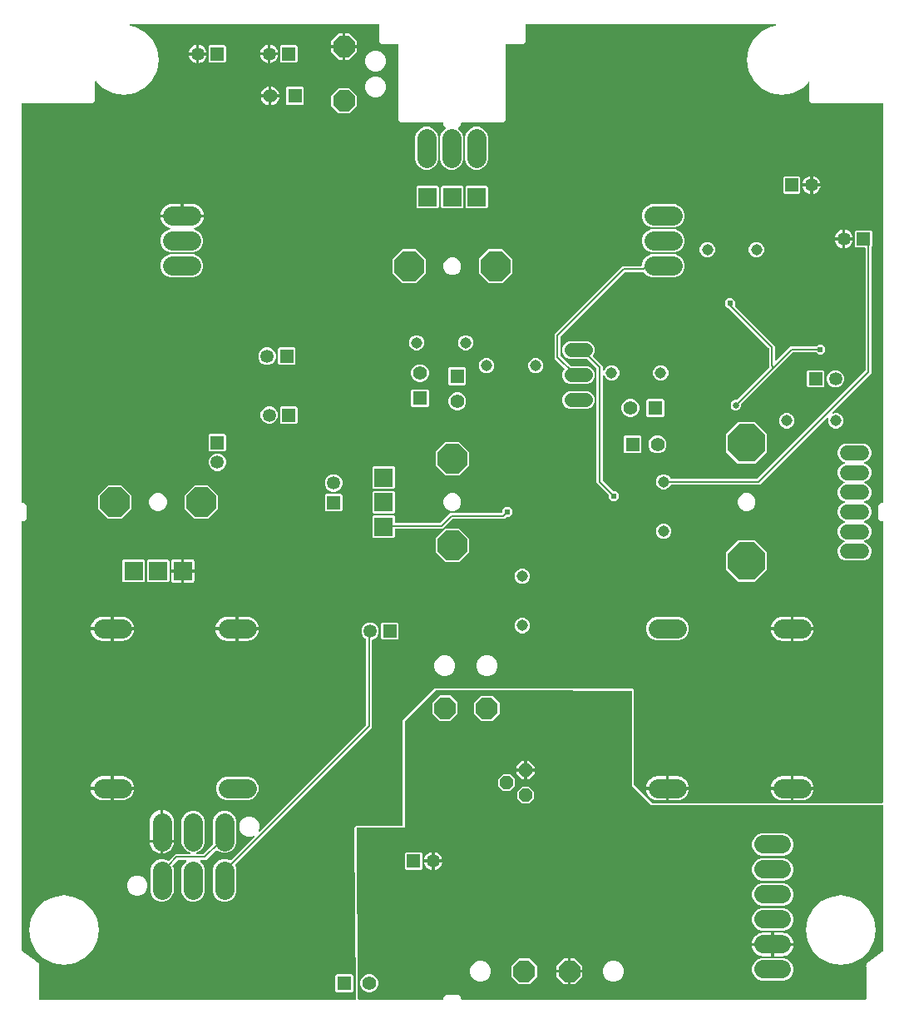
<source format=gbr>
G04 EAGLE Gerber X2 export*
%TF.Part,Single*%
%TF.FileFunction,Copper,L2,Bot,Mixed*%
%TF.FilePolarity,Positive*%
%TF.GenerationSoftware,Autodesk,EAGLE,9.2.2*%
%TF.CreationDate,2019-03-12T13:45:35Z*%
G75*
%MOMM*%
%FSLAX34Y34*%
%LPD*%
%INBottom Copper*%
%AMOC8*
5,1,8,0,0,1.08239X$1,22.5*%
G01*
%ADD10C,1.143000*%
%ADD11R,1.350000X1.350000*%
%ADD12C,1.350000*%
%ADD13C,1.408000*%
%ADD14R,1.408000X1.408000*%
%ADD15C,1.950000*%
%ADD16P,2.336880X8X112.500000*%
%ADD17R,1.879600X1.879600*%
%ADD18P,3.247170X8X292.500000*%
%ADD19P,2.336880X8X22.500000*%
%ADD20P,2.336880X8X202.500000*%
%ADD21C,1.508000*%
%ADD22P,4.123906X8X292.500000*%
%ADD23C,1.879600*%
%ADD24P,1.429621X8X112.500000*%
%ADD25P,3.247170X8X202.500000*%
%ADD26C,1.955800*%
%ADD27P,3.247170X8X112.500000*%
%ADD28C,1.422400*%
%ADD29C,0.604800*%
%ADD30C,0.203200*%
%ADD31C,0.654800*%

G36*
X343620Y4004D02*
X343620Y4004D01*
X343642Y4002D01*
X343741Y4024D01*
X343840Y4040D01*
X343860Y4051D01*
X343882Y4056D01*
X343969Y4108D01*
X344057Y4156D01*
X344073Y4172D01*
X344093Y4184D01*
X344157Y4261D01*
X344227Y4334D01*
X344236Y4355D01*
X344251Y4372D01*
X344288Y4466D01*
X344330Y4557D01*
X344333Y4580D01*
X344341Y4601D01*
X344359Y4768D01*
X343075Y176747D01*
X343064Y176812D01*
X343064Y178221D01*
X343064Y178223D01*
X343064Y178227D01*
X343055Y179389D01*
X343879Y180212D01*
X343880Y180214D01*
X343883Y180216D01*
X344699Y181046D01*
X345865Y181046D01*
X345867Y181046D01*
X345871Y181046D01*
X347231Y181056D01*
X347243Y181052D01*
X347275Y181053D01*
X347342Y181046D01*
X391444Y181046D01*
X391463Y181049D01*
X391483Y181047D01*
X391584Y181069D01*
X391686Y181085D01*
X391704Y181095D01*
X391724Y181099D01*
X391813Y181152D01*
X391904Y181200D01*
X391918Y181215D01*
X391935Y181225D01*
X392002Y181304D01*
X392073Y181379D01*
X392082Y181397D01*
X392095Y181412D01*
X392133Y181508D01*
X392177Y181602D01*
X392179Y181622D01*
X392186Y181640D01*
X392205Y181807D01*
X392205Y288164D01*
X424719Y320677D01*
X506418Y320677D01*
X506446Y320682D01*
X507894Y320677D01*
X507895Y320677D01*
X507896Y320677D01*
X509334Y320677D01*
X509375Y320673D01*
X624837Y320313D01*
X624838Y320313D01*
X624839Y320313D01*
X626002Y320313D01*
X626826Y319483D01*
X626827Y319482D01*
X626828Y319481D01*
X627648Y318661D01*
X627644Y317496D01*
X627644Y317495D01*
X627644Y317494D01*
X627644Y222329D01*
X627659Y222239D01*
X627666Y222148D01*
X627679Y222118D01*
X627684Y222086D01*
X627727Y222005D01*
X627762Y221922D01*
X627788Y221889D01*
X627799Y221869D01*
X627822Y221847D01*
X627867Y221791D01*
X645630Y204027D01*
X645704Y203974D01*
X645774Y203915D01*
X645804Y203903D01*
X645830Y203884D01*
X645917Y203857D01*
X646002Y203823D01*
X646043Y203818D01*
X646065Y203811D01*
X646097Y203812D01*
X646169Y203804D01*
X880238Y203804D01*
X880258Y203808D01*
X880277Y203805D01*
X880379Y203827D01*
X880481Y203844D01*
X880498Y203853D01*
X880518Y203858D01*
X880607Y203911D01*
X880698Y203959D01*
X880712Y203974D01*
X880729Y203984D01*
X880796Y204063D01*
X880868Y204138D01*
X880876Y204156D01*
X880889Y204171D01*
X880928Y204267D01*
X880971Y204361D01*
X880973Y204380D01*
X880981Y204399D01*
X880999Y204566D01*
X880999Y490238D01*
X880996Y490258D01*
X880998Y490277D01*
X880976Y490379D01*
X880960Y490481D01*
X880950Y490498D01*
X880946Y490518D01*
X880893Y490607D01*
X880844Y490698D01*
X880830Y490712D01*
X880820Y490729D01*
X880741Y490796D01*
X880666Y490868D01*
X880648Y490876D01*
X880633Y490889D01*
X880537Y490928D01*
X880443Y490971D01*
X880423Y490973D01*
X880405Y490981D01*
X880238Y490999D01*
X878343Y490999D01*
X875999Y493343D01*
X875999Y506657D01*
X878343Y509001D01*
X880238Y509001D01*
X880258Y509004D01*
X880277Y509002D01*
X880379Y509024D01*
X880481Y509040D01*
X880498Y509050D01*
X880518Y509054D01*
X880607Y509107D01*
X880698Y509156D01*
X880712Y509170D01*
X880729Y509180D01*
X880796Y509259D01*
X880868Y509334D01*
X880876Y509352D01*
X880889Y509367D01*
X880928Y509463D01*
X880971Y509557D01*
X880973Y509577D01*
X880981Y509595D01*
X880999Y509762D01*
X880999Y915238D01*
X880997Y915249D01*
X880998Y915256D01*
X880997Y915264D01*
X880998Y915277D01*
X880976Y915379D01*
X880960Y915481D01*
X880950Y915498D01*
X880946Y915518D01*
X880893Y915607D01*
X880844Y915698D01*
X880830Y915712D01*
X880820Y915729D01*
X880741Y915796D01*
X880666Y915868D01*
X880648Y915876D01*
X880633Y915889D01*
X880537Y915928D01*
X880443Y915971D01*
X880423Y915973D01*
X880405Y915981D01*
X880238Y915999D01*
X808343Y915999D01*
X805999Y918343D01*
X805999Y936503D01*
X805988Y936574D01*
X805986Y936646D01*
X805968Y936695D01*
X805960Y936746D01*
X805926Y936809D01*
X805901Y936877D01*
X805869Y936917D01*
X805844Y936964D01*
X805792Y937013D01*
X805748Y937069D01*
X805704Y937097D01*
X805666Y937133D01*
X805601Y937163D01*
X805541Y937202D01*
X805490Y937215D01*
X805443Y937237D01*
X805372Y937244D01*
X805302Y937262D01*
X805250Y937258D01*
X805199Y937264D01*
X805128Y937248D01*
X805057Y937243D01*
X805009Y937222D01*
X804958Y937211D01*
X804897Y937175D01*
X804831Y937146D01*
X804775Y937102D01*
X804747Y937085D01*
X804732Y937067D01*
X804700Y937042D01*
X798897Y931238D01*
X788986Y926189D01*
X778000Y924449D01*
X767014Y926189D01*
X757103Y931238D01*
X749238Y939103D01*
X744189Y949014D01*
X742449Y960000D01*
X744189Y970986D01*
X749238Y980897D01*
X757103Y988762D01*
X767014Y993811D01*
X771275Y994486D01*
X771336Y994506D01*
X771399Y994517D01*
X771452Y994545D01*
X771509Y994563D01*
X771560Y994602D01*
X771616Y994632D01*
X771658Y994675D01*
X771706Y994711D01*
X771742Y994764D01*
X771786Y994810D01*
X771811Y994864D01*
X771845Y994914D01*
X771862Y994975D01*
X771889Y995033D01*
X771896Y995093D01*
X771912Y995150D01*
X771909Y995214D01*
X771916Y995277D01*
X771904Y995336D01*
X771901Y995396D01*
X771878Y995455D01*
X771864Y995518D01*
X771833Y995569D01*
X771812Y995625D01*
X771771Y995674D01*
X771738Y995729D01*
X771692Y995768D01*
X771654Y995814D01*
X771600Y995847D01*
X771551Y995889D01*
X771495Y995911D01*
X771444Y995943D01*
X771382Y995957D01*
X771323Y995981D01*
X771237Y995990D01*
X771205Y995998D01*
X771180Y995997D01*
X771156Y995999D01*
X517762Y995999D01*
X517742Y995996D01*
X517723Y995998D01*
X517621Y995976D01*
X517519Y995960D01*
X517502Y995950D01*
X517482Y995946D01*
X517393Y995893D01*
X517302Y995844D01*
X517288Y995830D01*
X517271Y995820D01*
X517204Y995741D01*
X517132Y995666D01*
X517124Y995648D01*
X517111Y995633D01*
X517072Y995537D01*
X517029Y995443D01*
X517027Y995423D01*
X517019Y995405D01*
X517001Y995238D01*
X517001Y978343D01*
X514657Y975999D01*
X497762Y975999D01*
X497742Y975996D01*
X497723Y975998D01*
X497621Y975976D01*
X497519Y975960D01*
X497502Y975950D01*
X497482Y975946D01*
X497393Y975893D01*
X497302Y975844D01*
X497288Y975830D01*
X497271Y975820D01*
X497204Y975741D01*
X497132Y975666D01*
X497124Y975648D01*
X497111Y975633D01*
X497072Y975537D01*
X497029Y975443D01*
X497027Y975423D01*
X497019Y975405D01*
X497001Y975238D01*
X497001Y898343D01*
X494657Y895999D01*
X452262Y895999D01*
X452242Y895996D01*
X452223Y895998D01*
X452121Y895976D01*
X452019Y895960D01*
X452002Y895950D01*
X451982Y895946D01*
X451893Y895893D01*
X451802Y895844D01*
X451788Y895830D01*
X451771Y895820D01*
X451704Y895741D01*
X451632Y895666D01*
X451624Y895648D01*
X451611Y895633D01*
X451572Y895537D01*
X451529Y895443D01*
X451527Y895423D01*
X451519Y895405D01*
X451501Y895238D01*
X451501Y893343D01*
X449145Y890987D01*
X449085Y890986D01*
X449036Y890968D01*
X448985Y890960D01*
X448921Y890926D01*
X448854Y890901D01*
X448813Y890869D01*
X448767Y890844D01*
X448718Y890792D01*
X448662Y890748D01*
X448634Y890704D01*
X448598Y890666D01*
X448568Y890601D01*
X448529Y890541D01*
X448516Y890490D01*
X448494Y890443D01*
X448486Y890372D01*
X448469Y890302D01*
X448473Y890250D01*
X448467Y890199D01*
X448482Y890128D01*
X448488Y890057D01*
X448508Y890009D01*
X448519Y889958D01*
X448556Y889897D01*
X448584Y889831D01*
X448629Y889775D01*
X448646Y889747D01*
X448663Y889732D01*
X448689Y889700D01*
X452021Y886368D01*
X453822Y882020D01*
X453822Y857756D01*
X452021Y853408D01*
X448693Y850080D01*
X444345Y848279D01*
X439639Y848279D01*
X435291Y850080D01*
X431963Y853408D01*
X430162Y857756D01*
X430162Y882020D01*
X431963Y886368D01*
X435291Y889696D01*
X435550Y889803D01*
X435589Y889827D01*
X435633Y889843D01*
X435693Y889892D01*
X435759Y889933D01*
X435789Y889968D01*
X435825Y889997D01*
X435867Y890062D01*
X435916Y890122D01*
X435933Y890165D01*
X435958Y890204D01*
X435977Y890279D01*
X436004Y890352D01*
X436006Y890398D01*
X436018Y890442D01*
X436012Y890520D01*
X436015Y890598D01*
X436002Y890642D01*
X435998Y890687D01*
X435968Y890759D01*
X435946Y890834D01*
X435920Y890872D01*
X435902Y890914D01*
X435817Y891020D01*
X435806Y891036D01*
X435802Y891039D01*
X435797Y891045D01*
X433499Y893343D01*
X433499Y895238D01*
X433496Y895258D01*
X433498Y895277D01*
X433476Y895379D01*
X433460Y895481D01*
X433450Y895498D01*
X433446Y895518D01*
X433393Y895607D01*
X433344Y895698D01*
X433330Y895712D01*
X433320Y895729D01*
X433241Y895796D01*
X433166Y895868D01*
X433148Y895876D01*
X433133Y895889D01*
X433037Y895928D01*
X432943Y895971D01*
X432923Y895973D01*
X432905Y895981D01*
X432738Y895999D01*
X390343Y895999D01*
X387999Y898343D01*
X387999Y975238D01*
X387996Y975258D01*
X387998Y975277D01*
X387976Y975379D01*
X387960Y975481D01*
X387950Y975498D01*
X387946Y975518D01*
X387893Y975607D01*
X387844Y975698D01*
X387830Y975712D01*
X387820Y975729D01*
X387741Y975796D01*
X387666Y975868D01*
X387648Y975876D01*
X387633Y975889D01*
X387537Y975928D01*
X387443Y975971D01*
X387423Y975973D01*
X387405Y975981D01*
X387238Y975999D01*
X370343Y975999D01*
X367999Y978343D01*
X367999Y995238D01*
X367996Y995258D01*
X367998Y995277D01*
X367976Y995379D01*
X367960Y995481D01*
X367950Y995498D01*
X367946Y995518D01*
X367893Y995607D01*
X367844Y995698D01*
X367830Y995712D01*
X367820Y995729D01*
X367741Y995796D01*
X367666Y995868D01*
X367648Y995876D01*
X367633Y995889D01*
X367537Y995928D01*
X367443Y995971D01*
X367423Y995973D01*
X367405Y995981D01*
X367238Y995999D01*
X114844Y995999D01*
X114781Y995989D01*
X114717Y995989D01*
X114660Y995969D01*
X114601Y995960D01*
X114545Y995930D01*
X114484Y995909D01*
X114437Y995872D01*
X114384Y995844D01*
X114340Y995798D01*
X114289Y995759D01*
X114256Y995710D01*
X114214Y995666D01*
X114187Y995608D01*
X114152Y995555D01*
X114136Y995497D01*
X114111Y995443D01*
X114104Y995380D01*
X114087Y995318D01*
X114090Y995258D01*
X114084Y995199D01*
X114097Y995136D01*
X114101Y995072D01*
X114123Y995017D01*
X114136Y994958D01*
X114169Y994903D01*
X114192Y994844D01*
X114231Y994799D01*
X114262Y994747D01*
X114310Y994706D01*
X114352Y994657D01*
X114403Y994626D01*
X114449Y994587D01*
X114508Y994563D01*
X114563Y994530D01*
X114646Y994508D01*
X114677Y994495D01*
X114701Y994493D01*
X114725Y994486D01*
X118986Y993811D01*
X128897Y988762D01*
X136762Y980897D01*
X141811Y970986D01*
X143551Y960000D01*
X141811Y949014D01*
X136762Y939103D01*
X128897Y931238D01*
X118986Y926189D01*
X108000Y924449D01*
X97014Y926189D01*
X87103Y931238D01*
X80300Y938042D01*
X80242Y938084D01*
X80190Y938133D01*
X80143Y938155D01*
X80101Y938185D01*
X80032Y938206D01*
X79967Y938237D01*
X79915Y938242D01*
X79865Y938258D01*
X79794Y938256D01*
X79723Y938264D01*
X79672Y938253D01*
X79620Y938251D01*
X79552Y938227D01*
X79482Y938211D01*
X79437Y938185D01*
X79389Y938167D01*
X79333Y938122D01*
X79271Y938085D01*
X79237Y938046D01*
X79197Y938013D01*
X79158Y937953D01*
X79111Y937898D01*
X79092Y937850D01*
X79064Y937806D01*
X79046Y937737D01*
X79019Y937670D01*
X79011Y937599D01*
X79003Y937568D01*
X79005Y937544D01*
X79001Y937503D01*
X79001Y918343D01*
X76657Y915999D01*
X4762Y915999D01*
X4742Y915996D01*
X4723Y915998D01*
X4621Y915976D01*
X4519Y915960D01*
X4502Y915950D01*
X4482Y915946D01*
X4393Y915893D01*
X4302Y915844D01*
X4288Y915830D01*
X4271Y915820D01*
X4204Y915741D01*
X4132Y915666D01*
X4124Y915648D01*
X4111Y915633D01*
X4072Y915537D01*
X4029Y915443D01*
X4027Y915423D01*
X4019Y915405D01*
X4001Y915238D01*
X4001Y509762D01*
X4004Y509742D01*
X4002Y509723D01*
X4024Y509621D01*
X4040Y509519D01*
X4050Y509502D01*
X4054Y509482D01*
X4107Y509393D01*
X4156Y509302D01*
X4170Y509288D01*
X4180Y509271D01*
X4259Y509204D01*
X4334Y509132D01*
X4352Y509124D01*
X4367Y509111D01*
X4463Y509072D01*
X4557Y509029D01*
X4577Y509027D01*
X4595Y509019D01*
X4762Y509001D01*
X6657Y509001D01*
X9001Y506657D01*
X9001Y493343D01*
X6657Y490999D01*
X4762Y490999D01*
X4742Y490996D01*
X4723Y490998D01*
X4621Y490976D01*
X4519Y490960D01*
X4502Y490950D01*
X4482Y490946D01*
X4393Y490893D01*
X4302Y490844D01*
X4288Y490830D01*
X4271Y490820D01*
X4204Y490741D01*
X4132Y490666D01*
X4124Y490648D01*
X4111Y490633D01*
X4072Y490537D01*
X4029Y490443D01*
X4027Y490423D01*
X4019Y490405D01*
X4001Y490238D01*
X4001Y54046D01*
X4006Y54012D01*
X4004Y53979D01*
X4026Y53892D01*
X4040Y53803D01*
X4056Y53773D01*
X4064Y53741D01*
X4113Y53665D01*
X4156Y53585D01*
X4180Y53562D01*
X4198Y53534D01*
X4324Y53423D01*
X19070Y43040D01*
X19094Y43028D01*
X19113Y43011D01*
X19204Y42975D01*
X19291Y42932D01*
X19317Y42929D01*
X19342Y42919D01*
X19508Y42901D01*
X19657Y42901D01*
X20539Y42019D01*
X20565Y42001D01*
X20639Y41935D01*
X21658Y41217D01*
X21684Y41070D01*
X21692Y41046D01*
X21694Y41020D01*
X21732Y40930D01*
X21764Y40838D01*
X21780Y40817D01*
X21791Y40793D01*
X21896Y40662D01*
X22001Y40557D01*
X22001Y39310D01*
X22006Y39279D01*
X22012Y39180D01*
X22225Y37952D01*
X22140Y37830D01*
X22128Y37806D01*
X22111Y37787D01*
X22075Y37696D01*
X22032Y37609D01*
X22029Y37583D01*
X22019Y37558D01*
X22001Y37392D01*
X22001Y4762D01*
X22004Y4742D01*
X22002Y4723D01*
X22024Y4621D01*
X22040Y4519D01*
X22050Y4502D01*
X22054Y4482D01*
X22107Y4393D01*
X22156Y4302D01*
X22170Y4288D01*
X22180Y4271D01*
X22259Y4204D01*
X22334Y4132D01*
X22352Y4124D01*
X22367Y4111D01*
X22463Y4072D01*
X22557Y4029D01*
X22577Y4027D01*
X22595Y4019D01*
X22762Y4001D01*
X343597Y4001D01*
X343620Y4004D01*
G37*
G36*
X432758Y4004D02*
X432758Y4004D01*
X432777Y4002D01*
X432879Y4024D01*
X432981Y4040D01*
X432998Y4050D01*
X433018Y4054D01*
X433107Y4107D01*
X433198Y4156D01*
X433212Y4170D01*
X433229Y4180D01*
X433296Y4259D01*
X433368Y4334D01*
X433376Y4352D01*
X433389Y4367D01*
X433428Y4463D01*
X433471Y4557D01*
X433473Y4577D01*
X433481Y4595D01*
X433499Y4762D01*
X433499Y6657D01*
X435843Y9001D01*
X449157Y9001D01*
X451501Y6657D01*
X451501Y4762D01*
X451504Y4742D01*
X451502Y4723D01*
X451524Y4621D01*
X451540Y4519D01*
X451550Y4502D01*
X451554Y4482D01*
X451607Y4393D01*
X451656Y4302D01*
X451670Y4288D01*
X451680Y4271D01*
X451759Y4204D01*
X451834Y4132D01*
X451852Y4124D01*
X451867Y4111D01*
X451963Y4072D01*
X452057Y4029D01*
X452077Y4027D01*
X452095Y4019D01*
X452262Y4001D01*
X863238Y4001D01*
X863258Y4004D01*
X863277Y4002D01*
X863379Y4024D01*
X863481Y4040D01*
X863498Y4050D01*
X863518Y4054D01*
X863607Y4107D01*
X863698Y4156D01*
X863712Y4170D01*
X863729Y4180D01*
X863796Y4259D01*
X863868Y4334D01*
X863876Y4352D01*
X863889Y4367D01*
X863928Y4463D01*
X863971Y4557D01*
X863973Y4577D01*
X863981Y4595D01*
X863999Y4762D01*
X863999Y37399D01*
X863995Y37424D01*
X863998Y37449D01*
X863975Y37545D01*
X863960Y37642D01*
X863948Y37664D01*
X863942Y37688D01*
X863862Y37835D01*
X863772Y37963D01*
X863988Y39185D01*
X863988Y39216D01*
X863999Y39317D01*
X863999Y40557D01*
X864110Y40667D01*
X864124Y40688D01*
X864144Y40704D01*
X864196Y40788D01*
X864253Y40867D01*
X864261Y40891D01*
X864274Y40913D01*
X864321Y41074D01*
X864348Y41227D01*
X865364Y41938D01*
X865387Y41960D01*
X865466Y42024D01*
X866343Y42901D01*
X866499Y42901D01*
X866524Y42905D01*
X866549Y42902D01*
X866645Y42925D01*
X866742Y42940D01*
X866764Y42952D01*
X866788Y42958D01*
X866935Y43038D01*
X880675Y52656D01*
X880699Y52680D01*
X880729Y52698D01*
X880787Y52765D01*
X880851Y52827D01*
X880866Y52858D01*
X880889Y52884D01*
X880922Y52967D01*
X880963Y53046D01*
X880968Y53081D01*
X880981Y53113D01*
X880999Y53279D01*
X880999Y200992D01*
X880996Y201011D01*
X880998Y201031D01*
X880976Y201132D01*
X880960Y201234D01*
X880950Y201252D01*
X880946Y201271D01*
X880893Y201360D01*
X880844Y201452D01*
X880830Y201465D01*
X880820Y201483D01*
X880741Y201550D01*
X880666Y201621D01*
X880648Y201630D01*
X880633Y201642D01*
X880537Y201681D01*
X880443Y201725D01*
X880423Y201727D01*
X880405Y201734D01*
X880238Y201753D01*
X645004Y201753D01*
X625593Y221164D01*
X625593Y317500D01*
X625590Y317519D01*
X625592Y317537D01*
X625570Y317639D01*
X625553Y317743D01*
X625544Y317759D01*
X625540Y317778D01*
X625487Y317868D01*
X625438Y317960D01*
X625424Y317973D01*
X625415Y317989D01*
X625335Y318057D01*
X625259Y318130D01*
X625242Y318137D01*
X625228Y318150D01*
X625131Y318189D01*
X625036Y318233D01*
X625018Y318235D01*
X625000Y318242D01*
X624834Y318261D01*
X507894Y318626D01*
X507893Y318626D01*
X507892Y318626D01*
X425884Y318626D01*
X425794Y318611D01*
X425703Y318604D01*
X425673Y318591D01*
X425641Y318586D01*
X425560Y318543D01*
X425476Y318508D01*
X425444Y318482D01*
X425424Y318471D01*
X425401Y318448D01*
X425345Y318403D01*
X394479Y287537D01*
X394426Y287463D01*
X394367Y287393D01*
X394355Y287363D01*
X394336Y287337D01*
X394309Y287250D01*
X394275Y287165D01*
X394270Y287124D01*
X394264Y287102D01*
X394264Y287070D01*
X394256Y286999D01*
X394256Y178994D01*
X345877Y178994D01*
X345854Y178990D01*
X345832Y178993D01*
X345733Y178971D01*
X345634Y178954D01*
X345614Y178944D01*
X345592Y178939D01*
X345506Y178886D01*
X345417Y178839D01*
X345401Y178823D01*
X345382Y178811D01*
X345317Y178734D01*
X345247Y178661D01*
X345238Y178640D01*
X345223Y178623D01*
X345186Y178529D01*
X345144Y178438D01*
X345141Y178415D01*
X345133Y178394D01*
X345116Y178227D01*
X346410Y4756D01*
X346413Y4739D01*
X346411Y4723D01*
X346434Y4619D01*
X346452Y4514D01*
X346460Y4499D01*
X346463Y4482D01*
X346518Y4391D01*
X346568Y4297D01*
X346581Y4286D01*
X346590Y4271D01*
X346670Y4202D01*
X346748Y4129D01*
X346763Y4122D01*
X346776Y4111D01*
X346875Y4071D01*
X346972Y4027D01*
X346989Y4026D01*
X347005Y4019D01*
X347171Y4001D01*
X432738Y4001D01*
X432758Y4004D01*
G37*
%LPC*%
G36*
X144453Y103699D02*
X144453Y103699D01*
X140115Y105496D01*
X136796Y108815D01*
X134999Y113153D01*
X134999Y137347D01*
X136796Y141685D01*
X140115Y145004D01*
X144453Y146801D01*
X149147Y146801D01*
X153074Y145174D01*
X153188Y145147D01*
X153302Y145119D01*
X153308Y145119D01*
X153314Y145118D01*
X153431Y145129D01*
X153547Y145138D01*
X153553Y145140D01*
X153559Y145141D01*
X153666Y145189D01*
X153773Y145234D01*
X153779Y145239D01*
X153784Y145241D01*
X153797Y145254D01*
X153904Y145339D01*
X158605Y150040D01*
X160625Y152060D01*
X175377Y152060D01*
X175473Y152075D01*
X175570Y152085D01*
X175594Y152095D01*
X175619Y152099D01*
X175705Y152145D01*
X175794Y152185D01*
X175814Y152202D01*
X175837Y152215D01*
X175904Y152285D01*
X175976Y152351D01*
X175988Y152374D01*
X176006Y152393D01*
X176047Y152481D01*
X176094Y152567D01*
X176099Y152592D01*
X176110Y152616D01*
X176121Y152713D01*
X176138Y152809D01*
X176134Y152835D01*
X176137Y152860D01*
X176116Y152956D01*
X176102Y153052D01*
X176090Y153075D01*
X176085Y153101D01*
X176035Y153184D01*
X175991Y153271D01*
X175972Y153290D01*
X175959Y153312D01*
X175885Y153375D01*
X175815Y153443D01*
X175786Y153459D01*
X175772Y153472D01*
X175741Y153484D01*
X175668Y153524D01*
X172115Y154996D01*
X168796Y158315D01*
X166999Y162653D01*
X166999Y186847D01*
X168796Y191185D01*
X172115Y194504D01*
X176453Y196301D01*
X181147Y196301D01*
X185485Y194504D01*
X188804Y191185D01*
X190601Y186847D01*
X190601Y162653D01*
X188804Y158315D01*
X185485Y154996D01*
X181932Y153524D01*
X181849Y153473D01*
X181763Y153427D01*
X181745Y153408D01*
X181723Y153395D01*
X181661Y153320D01*
X181594Y153249D01*
X181583Y153225D01*
X181566Y153205D01*
X181531Y153114D01*
X181490Y153026D01*
X181487Y153000D01*
X181478Y152976D01*
X181474Y152878D01*
X181463Y152782D01*
X181469Y152756D01*
X181467Y152730D01*
X181495Y152636D01*
X181515Y152541D01*
X181529Y152519D01*
X181536Y152494D01*
X181592Y152414D01*
X181641Y152330D01*
X181661Y152313D01*
X181676Y152292D01*
X181754Y152233D01*
X181828Y152170D01*
X181853Y152160D01*
X181874Y152145D01*
X181966Y152115D01*
X182057Y152078D01*
X182089Y152075D01*
X182108Y152069D01*
X182141Y152069D01*
X182223Y152060D01*
X188883Y152060D01*
X188973Y152074D01*
X189064Y152082D01*
X189094Y152094D01*
X189126Y152099D01*
X189207Y152142D01*
X189291Y152178D01*
X189323Y152204D01*
X189344Y152215D01*
X189366Y152238D01*
X189422Y152283D01*
X198872Y161733D01*
X198940Y161828D01*
X199010Y161921D01*
X199012Y161927D01*
X199015Y161932D01*
X199050Y162044D01*
X199086Y162155D01*
X199086Y162162D01*
X199088Y162168D01*
X199085Y162284D01*
X199083Y162401D01*
X199081Y162408D01*
X199081Y162413D01*
X199075Y162431D01*
X199037Y162562D01*
X198999Y162653D01*
X198999Y186847D01*
X200796Y191185D01*
X204115Y194504D01*
X208453Y196301D01*
X213147Y196301D01*
X217485Y194504D01*
X220804Y191185D01*
X222601Y186847D01*
X222601Y162653D01*
X220804Y158315D01*
X217485Y154996D01*
X213147Y153199D01*
X208453Y153199D01*
X204115Y154996D01*
X203000Y156111D01*
X202984Y156122D01*
X202972Y156138D01*
X202885Y156194D01*
X202801Y156254D01*
X202782Y156260D01*
X202765Y156271D01*
X202664Y156296D01*
X202566Y156327D01*
X202546Y156326D01*
X202526Y156331D01*
X202423Y156323D01*
X202320Y156320D01*
X202301Y156313D01*
X202281Y156312D01*
X202186Y156272D01*
X202089Y156236D01*
X202073Y156223D01*
X202055Y156216D01*
X201924Y156111D01*
X191739Y145926D01*
X186400Y145926D01*
X186330Y145915D01*
X186258Y145913D01*
X186209Y145895D01*
X186158Y145887D01*
X186094Y145853D01*
X186027Y145828D01*
X185986Y145796D01*
X185940Y145771D01*
X185891Y145719D01*
X185835Y145675D01*
X185807Y145631D01*
X185771Y145593D01*
X185741Y145528D01*
X185702Y145468D01*
X185689Y145417D01*
X185667Y145370D01*
X185659Y145299D01*
X185642Y145229D01*
X185646Y145177D01*
X185640Y145126D01*
X185655Y145055D01*
X185661Y144984D01*
X185681Y144936D01*
X185692Y144885D01*
X185729Y144824D01*
X185757Y144758D01*
X185802Y144702D01*
X185819Y144674D01*
X185836Y144659D01*
X185862Y144627D01*
X188804Y141685D01*
X190601Y137347D01*
X190601Y113153D01*
X188804Y108815D01*
X185485Y105496D01*
X181147Y103699D01*
X176453Y103699D01*
X172115Y105496D01*
X168796Y108815D01*
X166999Y113153D01*
X166999Y137347D01*
X168796Y141685D01*
X171738Y144627D01*
X171780Y144685D01*
X171829Y144737D01*
X171851Y144784D01*
X171882Y144826D01*
X171903Y144895D01*
X171933Y144960D01*
X171939Y145012D01*
X171954Y145062D01*
X171952Y145133D01*
X171960Y145204D01*
X171949Y145255D01*
X171948Y145307D01*
X171923Y145375D01*
X171908Y145445D01*
X171881Y145490D01*
X171863Y145538D01*
X171818Y145594D01*
X171781Y145656D01*
X171742Y145690D01*
X171709Y145730D01*
X171649Y145769D01*
X171595Y145816D01*
X171546Y145835D01*
X171502Y145863D01*
X171433Y145881D01*
X171366Y145908D01*
X171295Y145916D01*
X171264Y145924D01*
X171241Y145922D01*
X171200Y145926D01*
X163481Y145926D01*
X163391Y145912D01*
X163300Y145904D01*
X163270Y145892D01*
X163238Y145887D01*
X163157Y145844D01*
X163073Y145808D01*
X163041Y145782D01*
X163020Y145771D01*
X162998Y145748D01*
X162942Y145703D01*
X157785Y140546D01*
X157717Y140451D01*
X157647Y140357D01*
X157645Y140351D01*
X157641Y140346D01*
X157607Y140235D01*
X157570Y140123D01*
X157571Y140117D01*
X157569Y140111D01*
X157572Y139994D01*
X157573Y139877D01*
X157575Y139870D01*
X157575Y139865D01*
X157581Y139847D01*
X157620Y139716D01*
X158601Y137347D01*
X158601Y113153D01*
X156804Y108815D01*
X153485Y105496D01*
X149147Y103699D01*
X144453Y103699D01*
G37*
%LPD*%
%LPC*%
G36*
X827014Y40689D02*
X827014Y40689D01*
X817103Y45738D01*
X809238Y53603D01*
X804189Y63514D01*
X802449Y74500D01*
X804189Y85486D01*
X809238Y95397D01*
X817103Y103262D01*
X827014Y108311D01*
X838000Y110051D01*
X848986Y108311D01*
X858897Y103262D01*
X866762Y95397D01*
X871811Y85486D01*
X873551Y74500D01*
X871811Y63514D01*
X866762Y53603D01*
X858897Y45738D01*
X848986Y40689D01*
X838000Y38949D01*
X827014Y40689D01*
G37*
%LPD*%
%LPC*%
G36*
X36014Y40689D02*
X36014Y40689D01*
X26103Y45738D01*
X18238Y53603D01*
X13189Y63514D01*
X11449Y74500D01*
X13189Y85486D01*
X18238Y95397D01*
X26103Y103262D01*
X36014Y108311D01*
X47000Y110051D01*
X57986Y108311D01*
X67897Y103262D01*
X75762Y95397D01*
X80811Y85486D01*
X82551Y74500D01*
X80811Y63514D01*
X75762Y53603D01*
X67897Y45738D01*
X57986Y40689D01*
X47000Y38949D01*
X36014Y40689D01*
G37*
%LPD*%
%LPC*%
G36*
X842554Y450406D02*
X842554Y450406D01*
X839029Y451866D01*
X836331Y454564D01*
X834871Y458089D01*
X834871Y461904D01*
X836331Y465429D01*
X839029Y468127D01*
X841844Y469293D01*
X841905Y469331D01*
X841971Y469360D01*
X842009Y469395D01*
X842053Y469423D01*
X842099Y469478D01*
X842152Y469526D01*
X842177Y469572D01*
X842210Y469612D01*
X842236Y469679D01*
X842270Y469742D01*
X842280Y469793D01*
X842298Y469842D01*
X842301Y469913D01*
X842314Y469984D01*
X842307Y470036D01*
X842309Y470088D01*
X842289Y470156D01*
X842278Y470227D01*
X842255Y470274D01*
X842240Y470324D01*
X842199Y470383D01*
X842167Y470447D01*
X842130Y470483D01*
X842100Y470526D01*
X842042Y470569D01*
X841991Y470619D01*
X841928Y470653D01*
X841903Y470673D01*
X841880Y470680D01*
X841844Y470700D01*
X839029Y471866D01*
X836331Y474564D01*
X834871Y478089D01*
X834871Y481904D01*
X836331Y485429D01*
X839029Y488127D01*
X841844Y489293D01*
X841905Y489331D01*
X841971Y489360D01*
X842009Y489395D01*
X842053Y489423D01*
X842099Y489478D01*
X842152Y489527D01*
X842177Y489572D01*
X842210Y489612D01*
X842236Y489679D01*
X842270Y489742D01*
X842280Y489793D01*
X842298Y489842D01*
X842301Y489913D01*
X842314Y489984D01*
X842307Y490036D01*
X842309Y490088D01*
X842289Y490157D01*
X842278Y490227D01*
X842255Y490274D01*
X842240Y490324D01*
X842199Y490383D01*
X842167Y490447D01*
X842130Y490483D01*
X842100Y490526D01*
X842042Y490569D01*
X841991Y490619D01*
X841928Y490653D01*
X841903Y490673D01*
X841880Y490680D01*
X841844Y490700D01*
X839029Y491866D01*
X836331Y494564D01*
X834871Y498089D01*
X834871Y501904D01*
X836331Y505429D01*
X839029Y508127D01*
X841844Y509293D01*
X841905Y509331D01*
X841971Y509360D01*
X842009Y509395D01*
X842053Y509423D01*
X842099Y509478D01*
X842152Y509527D01*
X842177Y509572D01*
X842210Y509612D01*
X842236Y509679D01*
X842270Y509742D01*
X842280Y509793D01*
X842298Y509842D01*
X842301Y509913D01*
X842314Y509984D01*
X842307Y510036D01*
X842309Y510088D01*
X842289Y510157D01*
X842278Y510227D01*
X842255Y510274D01*
X842240Y510324D01*
X842199Y510383D01*
X842167Y510447D01*
X842130Y510483D01*
X842100Y510526D01*
X842042Y510569D01*
X841991Y510619D01*
X841928Y510653D01*
X841903Y510673D01*
X841880Y510680D01*
X841844Y510700D01*
X839029Y511866D01*
X836331Y514564D01*
X834871Y518089D01*
X834871Y521904D01*
X836331Y525429D01*
X839029Y528127D01*
X841844Y529293D01*
X841905Y529331D01*
X841971Y529360D01*
X842009Y529395D01*
X842053Y529423D01*
X842099Y529478D01*
X842152Y529526D01*
X842177Y529572D01*
X842210Y529612D01*
X842236Y529679D01*
X842270Y529742D01*
X842280Y529793D01*
X842298Y529842D01*
X842301Y529913D01*
X842314Y529984D01*
X842307Y530036D01*
X842309Y530088D01*
X842289Y530156D01*
X842278Y530227D01*
X842255Y530274D01*
X842240Y530324D01*
X842199Y530383D01*
X842167Y530447D01*
X842130Y530483D01*
X842100Y530526D01*
X842042Y530569D01*
X841991Y530619D01*
X841928Y530653D01*
X841903Y530673D01*
X841880Y530680D01*
X841844Y530700D01*
X839029Y531866D01*
X836331Y534564D01*
X834871Y538089D01*
X834871Y541904D01*
X836331Y545429D01*
X839029Y548127D01*
X841844Y549293D01*
X841905Y549331D01*
X841971Y549360D01*
X842009Y549395D01*
X842053Y549423D01*
X842099Y549478D01*
X842152Y549527D01*
X842177Y549572D01*
X842210Y549612D01*
X842236Y549679D01*
X842270Y549742D01*
X842280Y549793D01*
X842298Y549842D01*
X842301Y549913D01*
X842314Y549984D01*
X842307Y550036D01*
X842309Y550088D01*
X842289Y550157D01*
X842278Y550227D01*
X842255Y550274D01*
X842240Y550324D01*
X842199Y550383D01*
X842167Y550447D01*
X842130Y550483D01*
X842100Y550526D01*
X842042Y550569D01*
X841991Y550619D01*
X841928Y550653D01*
X841903Y550673D01*
X841880Y550680D01*
X841844Y550700D01*
X839029Y551866D01*
X836331Y554564D01*
X834871Y558089D01*
X834871Y561904D01*
X836331Y565429D01*
X839029Y568127D01*
X842554Y569587D01*
X861450Y569587D01*
X864975Y568127D01*
X867672Y565429D01*
X869133Y561904D01*
X869133Y558089D01*
X867672Y554564D01*
X864975Y551866D01*
X862159Y550700D01*
X862098Y550662D01*
X862033Y550633D01*
X861995Y550598D01*
X861950Y550570D01*
X861905Y550515D01*
X861852Y550466D01*
X861827Y550421D01*
X861793Y550381D01*
X861768Y550314D01*
X861733Y550251D01*
X861724Y550200D01*
X861705Y550151D01*
X861702Y550080D01*
X861690Y550009D01*
X861697Y549957D01*
X861695Y549905D01*
X861715Y549836D01*
X861725Y549766D01*
X861749Y549719D01*
X861763Y549669D01*
X861804Y549610D01*
X861837Y549546D01*
X861874Y549510D01*
X861904Y549467D01*
X861961Y549424D01*
X862012Y549374D01*
X862075Y549339D01*
X862101Y549320D01*
X862123Y549313D01*
X862159Y549293D01*
X864975Y548127D01*
X867672Y545429D01*
X869133Y541904D01*
X869133Y538089D01*
X867672Y534564D01*
X864975Y531866D01*
X862159Y530700D01*
X862098Y530662D01*
X862033Y530633D01*
X861995Y530598D01*
X861950Y530570D01*
X861905Y530515D01*
X861852Y530466D01*
X861827Y530421D01*
X861793Y530381D01*
X861768Y530314D01*
X861733Y530251D01*
X861724Y530200D01*
X861705Y530151D01*
X861702Y530080D01*
X861690Y530009D01*
X861697Y529957D01*
X861695Y529905D01*
X861715Y529836D01*
X861725Y529766D01*
X861749Y529719D01*
X861763Y529669D01*
X861804Y529610D01*
X861837Y529546D01*
X861874Y529510D01*
X861904Y529467D01*
X861961Y529424D01*
X862012Y529374D01*
X862075Y529339D01*
X862101Y529320D01*
X862123Y529313D01*
X862159Y529293D01*
X864975Y528127D01*
X867672Y525429D01*
X869133Y521904D01*
X869133Y518089D01*
X867672Y514564D01*
X864975Y511866D01*
X862159Y510700D01*
X862098Y510662D01*
X862033Y510633D01*
X861995Y510598D01*
X861950Y510570D01*
X861905Y510515D01*
X861852Y510466D01*
X861827Y510421D01*
X861793Y510381D01*
X861768Y510314D01*
X861733Y510251D01*
X861724Y510200D01*
X861705Y510151D01*
X861702Y510080D01*
X861690Y510009D01*
X861697Y509957D01*
X861695Y509905D01*
X861715Y509836D01*
X861725Y509766D01*
X861749Y509719D01*
X861763Y509669D01*
X861804Y509610D01*
X861837Y509546D01*
X861874Y509510D01*
X861904Y509467D01*
X861961Y509424D01*
X862012Y509374D01*
X862075Y509339D01*
X862101Y509320D01*
X862123Y509313D01*
X862159Y509293D01*
X864975Y508127D01*
X867672Y505429D01*
X869133Y501904D01*
X869133Y498089D01*
X867672Y494564D01*
X864975Y491866D01*
X862159Y490700D01*
X862098Y490662D01*
X862033Y490633D01*
X861995Y490598D01*
X861950Y490570D01*
X861905Y490515D01*
X861852Y490466D01*
X861827Y490421D01*
X861793Y490381D01*
X861768Y490314D01*
X861733Y490251D01*
X861724Y490200D01*
X861705Y490151D01*
X861702Y490080D01*
X861690Y490009D01*
X861697Y489957D01*
X861695Y489905D01*
X861715Y489836D01*
X861725Y489766D01*
X861749Y489719D01*
X861763Y489669D01*
X861804Y489610D01*
X861837Y489546D01*
X861874Y489510D01*
X861904Y489467D01*
X861961Y489424D01*
X862012Y489374D01*
X862075Y489339D01*
X862101Y489320D01*
X862123Y489313D01*
X862159Y489293D01*
X864975Y488127D01*
X867672Y485429D01*
X869133Y481904D01*
X869133Y478089D01*
X867672Y474564D01*
X864975Y471866D01*
X862159Y470700D01*
X862098Y470662D01*
X862033Y470633D01*
X861995Y470598D01*
X861950Y470570D01*
X861905Y470515D01*
X861852Y470466D01*
X861827Y470421D01*
X861793Y470381D01*
X861768Y470314D01*
X861733Y470251D01*
X861724Y470200D01*
X861705Y470151D01*
X861702Y470080D01*
X861690Y470009D01*
X861697Y469957D01*
X861695Y469905D01*
X861715Y469836D01*
X861725Y469766D01*
X861749Y469719D01*
X861763Y469669D01*
X861804Y469610D01*
X861837Y469546D01*
X861874Y469510D01*
X861904Y469467D01*
X861961Y469424D01*
X862012Y469374D01*
X862075Y469339D01*
X862101Y469320D01*
X862123Y469313D01*
X862159Y469293D01*
X864975Y468127D01*
X867672Y465429D01*
X869133Y461904D01*
X869133Y458089D01*
X867672Y454564D01*
X864975Y451866D01*
X861450Y450406D01*
X842554Y450406D01*
G37*
%LPD*%
%LPC*%
G36*
X208453Y103699D02*
X208453Y103699D01*
X204115Y105496D01*
X200796Y108815D01*
X198999Y113153D01*
X198999Y137347D01*
X200796Y141685D01*
X204115Y145004D01*
X208453Y146801D01*
X213147Y146801D01*
X216295Y145497D01*
X216409Y145470D01*
X216522Y145442D01*
X216529Y145442D01*
X216535Y145441D01*
X216651Y145452D01*
X216768Y145461D01*
X216773Y145463D01*
X216780Y145464D01*
X216887Y145512D01*
X216994Y145557D01*
X217000Y145562D01*
X217004Y145564D01*
X217018Y145576D01*
X217125Y145662D01*
X240891Y169428D01*
X240935Y169490D01*
X240969Y169525D01*
X240977Y169543D01*
X241010Y169582D01*
X241020Y169607D01*
X241035Y169628D01*
X241064Y169721D01*
X241098Y169812D01*
X241100Y169838D01*
X241107Y169863D01*
X241105Y169961D01*
X241109Y170058D01*
X241102Y170083D01*
X241101Y170109D01*
X241067Y170201D01*
X241040Y170294D01*
X241025Y170315D01*
X241016Y170340D01*
X240956Y170416D01*
X240900Y170496D01*
X240879Y170512D01*
X240863Y170532D01*
X240781Y170585D01*
X240703Y170643D01*
X240678Y170651D01*
X240656Y170665D01*
X240561Y170689D01*
X240469Y170719D01*
X240443Y170719D01*
X240417Y170725D01*
X240320Y170718D01*
X240223Y170717D01*
X240191Y170708D01*
X240172Y170706D01*
X240142Y170693D01*
X240079Y170675D01*
X240078Y170675D01*
X240062Y170670D01*
X237839Y169749D01*
X233761Y169749D01*
X229993Y171310D01*
X227110Y174193D01*
X225549Y177961D01*
X225549Y182039D01*
X227110Y185807D01*
X229993Y188690D01*
X233761Y190251D01*
X237839Y190251D01*
X241607Y188690D01*
X244490Y185807D01*
X246051Y182039D01*
X246051Y177961D01*
X245130Y175738D01*
X245108Y175643D01*
X245079Y175550D01*
X245080Y175524D01*
X245074Y175499D01*
X245083Y175402D01*
X245086Y175304D01*
X245094Y175280D01*
X245097Y175254D01*
X245137Y175165D01*
X245170Y175073D01*
X245186Y175053D01*
X245197Y175029D01*
X245263Y174957D01*
X245324Y174881D01*
X245346Y174867D01*
X245363Y174848D01*
X245449Y174801D01*
X245531Y174748D01*
X245556Y174742D01*
X245579Y174729D01*
X245675Y174712D01*
X245769Y174688D01*
X245795Y174690D01*
X245821Y174686D01*
X245917Y174700D01*
X246014Y174707D01*
X246038Y174718D01*
X246064Y174722D01*
X246151Y174766D01*
X246241Y174804D01*
X246266Y174824D01*
X246284Y174833D01*
X246307Y174857D01*
X246372Y174909D01*
X354541Y283078D01*
X354594Y283152D01*
X354654Y283222D01*
X354666Y283252D01*
X354685Y283278D01*
X354712Y283365D01*
X354746Y283450D01*
X354750Y283491D01*
X354757Y283513D01*
X354756Y283545D01*
X354764Y283617D01*
X354764Y370483D01*
X354746Y370598D01*
X354728Y370714D01*
X354726Y370720D01*
X354725Y370726D01*
X354670Y370829D01*
X354617Y370933D01*
X354612Y370938D01*
X354609Y370943D01*
X354524Y371024D01*
X354441Y371106D01*
X354435Y371109D01*
X354431Y371113D01*
X354414Y371121D01*
X354294Y371187D01*
X353917Y371343D01*
X351441Y373819D01*
X350101Y377053D01*
X350101Y380554D01*
X351441Y383789D01*
X353917Y386265D01*
X357151Y387605D01*
X360653Y387605D01*
X363887Y386265D01*
X366363Y383789D01*
X367703Y380554D01*
X367703Y377053D01*
X366363Y373819D01*
X363887Y371343D01*
X361368Y370299D01*
X361268Y370238D01*
X361168Y370178D01*
X361164Y370173D01*
X361159Y370170D01*
X361084Y370080D01*
X361008Y369991D01*
X361006Y369985D01*
X361002Y369980D01*
X360960Y369872D01*
X360916Y369763D01*
X360915Y369755D01*
X360914Y369751D01*
X360913Y369732D01*
X360898Y369596D01*
X360898Y280761D01*
X221462Y141325D01*
X221394Y141231D01*
X221324Y141136D01*
X221322Y141130D01*
X221318Y141125D01*
X221284Y141014D01*
X221248Y140902D01*
X221248Y140896D01*
X221246Y140890D01*
X221249Y140773D01*
X221250Y140656D01*
X221252Y140649D01*
X221252Y140644D01*
X221259Y140627D01*
X221297Y140495D01*
X222601Y137347D01*
X222601Y113153D01*
X220804Y108815D01*
X217485Y105496D01*
X213147Y103699D01*
X208453Y103699D01*
G37*
%LPD*%
%LPC*%
G36*
X656314Y522872D02*
X656314Y522872D01*
X653460Y524054D01*
X651275Y526239D01*
X650093Y529093D01*
X650093Y532182D01*
X651275Y535037D01*
X653460Y537221D01*
X656314Y538403D01*
X659404Y538403D01*
X662258Y537221D01*
X664442Y535037D01*
X664800Y534174D01*
X664861Y534074D01*
X664921Y533975D01*
X664926Y533971D01*
X664929Y533965D01*
X665020Y533890D01*
X665108Y533815D01*
X665114Y533812D01*
X665119Y533808D01*
X665227Y533767D01*
X665336Y533723D01*
X665344Y533722D01*
X665348Y533720D01*
X665367Y533719D01*
X665503Y533704D01*
X752929Y533704D01*
X753019Y533719D01*
X753110Y533726D01*
X753140Y533739D01*
X753172Y533744D01*
X753252Y533787D01*
X753336Y533822D01*
X753368Y533848D01*
X753389Y533859D01*
X753411Y533882D01*
X753467Y533927D01*
X863019Y643479D01*
X863072Y643553D01*
X863131Y643622D01*
X863144Y643652D01*
X863162Y643679D01*
X863189Y643765D01*
X863223Y643850D01*
X863228Y643891D01*
X863235Y643914D01*
X863234Y643946D01*
X863242Y644017D01*
X863242Y768021D01*
X863239Y768041D01*
X863241Y768061D01*
X863219Y768162D01*
X863202Y768264D01*
X863193Y768282D01*
X863189Y768301D01*
X863135Y768390D01*
X863087Y768482D01*
X863073Y768495D01*
X863062Y768512D01*
X862984Y768580D01*
X862909Y768651D01*
X862891Y768659D01*
X862875Y768672D01*
X862779Y768711D01*
X862686Y768755D01*
X862666Y768757D01*
X862647Y768764D01*
X862481Y768783D01*
X853472Y768783D01*
X852270Y769984D01*
X852270Y785183D01*
X853472Y786384D01*
X868670Y786384D01*
X869872Y785183D01*
X869872Y769984D01*
X869598Y769711D01*
X869545Y769637D01*
X869486Y769567D01*
X869474Y769537D01*
X869455Y769511D01*
X869428Y769424D01*
X869394Y769339D01*
X869389Y769298D01*
X869382Y769276D01*
X869383Y769244D01*
X869375Y769172D01*
X869375Y641161D01*
X867356Y639142D01*
X829573Y601359D01*
X829516Y601280D01*
X829454Y601205D01*
X829445Y601181D01*
X829430Y601159D01*
X829401Y601066D01*
X829366Y600975D01*
X829365Y600949D01*
X829357Y600924D01*
X829360Y600827D01*
X829356Y600730D01*
X829363Y600705D01*
X829364Y600678D01*
X829397Y600587D01*
X829424Y600493D01*
X829439Y600472D01*
X829448Y600447D01*
X829509Y600371D01*
X829565Y600291D01*
X829585Y600276D01*
X829602Y600255D01*
X829684Y600203D01*
X829762Y600145D01*
X829787Y600137D01*
X829809Y600122D01*
X829903Y600099D01*
X829996Y600068D01*
X830022Y600069D01*
X830047Y600062D01*
X830144Y600070D01*
X830242Y600071D01*
X830273Y600080D01*
X830293Y600081D01*
X830323Y600094D01*
X830403Y600118D01*
X831360Y600514D01*
X834450Y600514D01*
X837304Y599332D01*
X839489Y597147D01*
X840671Y594293D01*
X840671Y591204D01*
X839489Y588350D01*
X837304Y586165D01*
X834450Y584983D01*
X831360Y584983D01*
X828506Y586165D01*
X826322Y588350D01*
X825139Y591204D01*
X825139Y594293D01*
X825536Y595251D01*
X825544Y595284D01*
X825545Y595287D01*
X825546Y595292D01*
X825558Y595346D01*
X825587Y595439D01*
X825586Y595465D01*
X825592Y595490D01*
X825583Y595587D01*
X825581Y595685D01*
X825572Y595709D01*
X825569Y595735D01*
X825530Y595824D01*
X825496Y595916D01*
X825480Y595936D01*
X825469Y595960D01*
X825403Y596032D01*
X825342Y596108D01*
X825320Y596122D01*
X825303Y596141D01*
X825218Y596188D01*
X825136Y596241D01*
X825110Y596247D01*
X825087Y596260D01*
X824991Y596277D01*
X824897Y596301D01*
X824871Y596299D01*
X824845Y596303D01*
X824749Y596289D01*
X824652Y596282D01*
X824628Y596271D01*
X824602Y596268D01*
X824515Y596223D01*
X824425Y596185D01*
X824400Y596165D01*
X824383Y596156D01*
X824359Y596132D01*
X824295Y596080D01*
X755785Y527571D01*
X665503Y527571D01*
X665388Y527552D01*
X665272Y527535D01*
X665266Y527532D01*
X665260Y527531D01*
X665157Y527477D01*
X665053Y527423D01*
X665048Y527419D01*
X665043Y527416D01*
X664963Y527332D01*
X664880Y527248D01*
X664877Y527241D01*
X664873Y527238D01*
X664866Y527221D01*
X664800Y527101D01*
X664442Y526239D01*
X662258Y524054D01*
X659404Y522872D01*
X656314Y522872D01*
G37*
%LPD*%
%LPC*%
G36*
X561975Y630087D02*
X561975Y630087D01*
X558607Y631482D01*
X556030Y634060D01*
X554635Y637427D01*
X554635Y641072D01*
X556030Y644440D01*
X556532Y644942D01*
X556543Y644958D01*
X556559Y644970D01*
X556615Y645058D01*
X556675Y645142D01*
X556681Y645161D01*
X556692Y645177D01*
X556717Y645278D01*
X556747Y645377D01*
X556747Y645397D01*
X556752Y645416D01*
X556744Y645519D01*
X556741Y645623D01*
X556734Y645641D01*
X556733Y645661D01*
X556692Y645756D01*
X556657Y645854D01*
X556644Y645869D01*
X556636Y645887D01*
X556532Y646018D01*
X548638Y653912D01*
X546618Y655932D01*
X546618Y680923D01*
X615768Y750073D01*
X635022Y750073D01*
X635042Y750076D01*
X635061Y750074D01*
X635163Y750096D01*
X635265Y750112D01*
X635282Y750122D01*
X635302Y750126D01*
X635391Y750179D01*
X635482Y750228D01*
X635496Y750242D01*
X635513Y750252D01*
X635580Y750331D01*
X635652Y750406D01*
X635660Y750424D01*
X635673Y750439D01*
X635712Y750535D01*
X635755Y750629D01*
X635757Y750649D01*
X635765Y750667D01*
X635783Y750834D01*
X635783Y752523D01*
X637584Y756871D01*
X640912Y760199D01*
X645260Y762000D01*
X669524Y762000D01*
X673872Y760199D01*
X677200Y756871D01*
X679001Y752523D01*
X679001Y747817D01*
X677200Y743469D01*
X673872Y740141D01*
X669524Y738340D01*
X645260Y738340D01*
X640912Y740141D01*
X637584Y743469D01*
X637523Y743569D01*
X637463Y743669D01*
X637458Y743673D01*
X637454Y743678D01*
X637365Y743753D01*
X637276Y743829D01*
X637270Y743831D01*
X637265Y743835D01*
X637157Y743877D01*
X637048Y743921D01*
X637040Y743922D01*
X637035Y743923D01*
X637017Y743924D01*
X636881Y743939D01*
X618624Y743939D01*
X618534Y743925D01*
X618443Y743917D01*
X618413Y743905D01*
X618381Y743900D01*
X618300Y743857D01*
X618216Y743821D01*
X618184Y743795D01*
X618163Y743784D01*
X618160Y743781D01*
X618141Y743760D01*
X618085Y743716D01*
X552975Y678606D01*
X552922Y678532D01*
X552862Y678462D01*
X552850Y678432D01*
X552831Y678406D01*
X552804Y678319D01*
X552770Y678234D01*
X552766Y678193D01*
X552759Y678171D01*
X552760Y678139D01*
X552752Y678067D01*
X552752Y658788D01*
X552766Y658698D01*
X552774Y658607D01*
X552786Y658577D01*
X552791Y658545D01*
X552834Y658464D01*
X552870Y658380D01*
X552896Y658348D01*
X552907Y658327D01*
X552930Y658305D01*
X552975Y658249D01*
X562588Y648636D01*
X562662Y648582D01*
X562732Y648523D01*
X562762Y648511D01*
X562788Y648492D01*
X562875Y648465D01*
X562960Y648431D01*
X563001Y648427D01*
X563023Y648420D01*
X563055Y648420D01*
X563127Y648413D01*
X579844Y648413D01*
X583212Y647018D01*
X585789Y644440D01*
X587184Y641072D01*
X587184Y637427D01*
X585789Y634060D01*
X583212Y631482D01*
X579844Y630087D01*
X561975Y630087D01*
G37*
%LPD*%
%LPC*%
G36*
X604731Y511298D02*
X604731Y511298D01*
X601758Y514271D01*
X601758Y516795D01*
X601744Y516885D01*
X601736Y516976D01*
X601724Y517006D01*
X601719Y517038D01*
X601676Y517119D01*
X601640Y517203D01*
X601614Y517235D01*
X601603Y517256D01*
X601580Y517278D01*
X601535Y517334D01*
X589479Y529390D01*
X589479Y645411D01*
X589465Y645501D01*
X589457Y645592D01*
X589445Y645622D01*
X589440Y645654D01*
X589397Y645735D01*
X589361Y645819D01*
X589335Y645851D01*
X589324Y645872D01*
X589301Y645894D01*
X589256Y645950D01*
X579942Y655264D01*
X579868Y655317D01*
X579798Y655377D01*
X579768Y655389D01*
X579742Y655408D01*
X579655Y655434D01*
X579570Y655469D01*
X579529Y655473D01*
X579507Y655480D01*
X579475Y655479D01*
X579404Y655487D01*
X561975Y655487D01*
X558607Y656882D01*
X556030Y659460D01*
X554635Y662827D01*
X554635Y666472D01*
X556030Y669840D01*
X558607Y672418D01*
X561975Y673813D01*
X579844Y673813D01*
X583212Y672418D01*
X585789Y669840D01*
X587184Y666472D01*
X587184Y662827D01*
X585789Y659460D01*
X585643Y659313D01*
X585632Y659297D01*
X585616Y659285D01*
X585560Y659198D01*
X585500Y659114D01*
X585494Y659095D01*
X585483Y659078D01*
X585458Y658978D01*
X585427Y658879D01*
X585428Y658859D01*
X585423Y658839D01*
X585431Y658736D01*
X585434Y658633D01*
X585440Y658614D01*
X585442Y658594D01*
X585482Y658499D01*
X585518Y658402D01*
X585531Y658386D01*
X585538Y658368D01*
X585643Y658237D01*
X593593Y650287D01*
X595613Y648267D01*
X595613Y643559D01*
X595628Y643463D01*
X595638Y643366D01*
X595648Y643342D01*
X595652Y643317D01*
X595698Y643231D01*
X595738Y643142D01*
X595755Y643122D01*
X595768Y643099D01*
X595838Y643032D01*
X595904Y642961D01*
X595927Y642948D01*
X595946Y642930D01*
X596034Y642889D01*
X596120Y642842D01*
X596145Y642837D01*
X596169Y642826D01*
X596266Y642816D01*
X596362Y642798D01*
X596388Y642802D01*
X596413Y642799D01*
X596509Y642820D01*
X596605Y642834D01*
X596628Y642846D01*
X596654Y642851D01*
X596737Y642901D01*
X596824Y642946D01*
X596843Y642964D01*
X596865Y642978D01*
X596928Y643052D01*
X596996Y643121D01*
X597012Y643150D01*
X597025Y643165D01*
X597037Y643195D01*
X597077Y643268D01*
X598128Y645804D01*
X600312Y647989D01*
X603167Y649171D01*
X606256Y649171D01*
X609110Y647989D01*
X611295Y645804D01*
X612477Y642950D01*
X612477Y639861D01*
X611295Y637006D01*
X609110Y634822D01*
X606256Y633640D01*
X603167Y633640D01*
X600312Y634822D01*
X598128Y637006D01*
X597077Y639542D01*
X597026Y639625D01*
X596980Y639711D01*
X596961Y639729D01*
X596948Y639752D01*
X596873Y639814D01*
X596802Y639881D01*
X596778Y639892D01*
X596758Y639908D01*
X596667Y639943D01*
X596579Y639984D01*
X596553Y639987D01*
X596529Y639997D01*
X596431Y640001D01*
X596335Y640011D01*
X596309Y640006D01*
X596283Y640007D01*
X596189Y639980D01*
X596094Y639959D01*
X596072Y639946D01*
X596047Y639938D01*
X595967Y639883D01*
X595883Y639833D01*
X595866Y639813D01*
X595845Y639798D01*
X595786Y639720D01*
X595723Y639646D01*
X595713Y639622D01*
X595698Y639601D01*
X595668Y639508D01*
X595631Y639418D01*
X595628Y639385D01*
X595622Y639367D01*
X595622Y639334D01*
X595613Y639251D01*
X595613Y532246D01*
X595627Y532156D01*
X595635Y532065D01*
X595647Y532035D01*
X595652Y532003D01*
X595695Y531922D01*
X595731Y531838D01*
X595757Y531806D01*
X595768Y531785D01*
X595791Y531763D01*
X595836Y531707D01*
X605872Y521671D01*
X605946Y521618D01*
X606016Y521558D01*
X606046Y521546D01*
X606072Y521527D01*
X606159Y521500D01*
X606244Y521466D01*
X606285Y521462D01*
X606307Y521455D01*
X606339Y521456D01*
X606411Y521448D01*
X608935Y521448D01*
X611908Y518475D01*
X611908Y514271D01*
X608935Y511298D01*
X604731Y511298D01*
G37*
%LPD*%
%LPC*%
G36*
X733262Y428896D02*
X733262Y428896D01*
X720901Y441256D01*
X720901Y458737D01*
X733262Y471097D01*
X750742Y471097D01*
X763103Y458737D01*
X763103Y441256D01*
X750742Y428896D01*
X733262Y428896D01*
G37*
%LPD*%
%LPC*%
G36*
X733262Y548896D02*
X733262Y548896D01*
X720901Y561256D01*
X720901Y578737D01*
X733262Y591097D01*
X750742Y591097D01*
X763103Y578737D01*
X763103Y561256D01*
X750742Y548896D01*
X733262Y548896D01*
G37*
%LPD*%
%LPC*%
G36*
X155260Y763740D02*
X155260Y763740D01*
X150912Y765541D01*
X147584Y768869D01*
X145783Y773217D01*
X145783Y777923D01*
X147584Y782271D01*
X150912Y785599D01*
X155333Y787430D01*
X155365Y787450D01*
X155401Y787462D01*
X155469Y787514D01*
X155542Y787560D01*
X155566Y787589D01*
X155596Y787612D01*
X155644Y787683D01*
X155699Y787749D01*
X155712Y787785D01*
X155734Y787816D01*
X155756Y787899D01*
X155787Y787979D01*
X155789Y788017D01*
X155799Y788053D01*
X155794Y788139D01*
X155797Y788224D01*
X155787Y788261D01*
X155785Y788299D01*
X155753Y788378D01*
X155729Y788461D01*
X155707Y788492D01*
X155693Y788527D01*
X155637Y788592D01*
X155589Y788663D01*
X155558Y788685D01*
X155533Y788714D01*
X155460Y788758D01*
X155391Y788809D01*
X155355Y788821D01*
X155322Y788841D01*
X155161Y788885D01*
X154728Y788954D01*
X152884Y789553D01*
X151156Y790433D01*
X149587Y791573D01*
X148216Y792944D01*
X147076Y794513D01*
X146196Y796241D01*
X145597Y798085D01*
X145381Y799447D01*
X166630Y799447D01*
X166650Y799450D01*
X166669Y799448D01*
X166771Y799470D01*
X166873Y799487D01*
X166890Y799496D01*
X166910Y799500D01*
X166999Y799553D01*
X167090Y799602D01*
X167104Y799616D01*
X167121Y799626D01*
X167188Y799705D01*
X167259Y799780D01*
X167268Y799798D01*
X167281Y799813D01*
X167319Y799909D01*
X167363Y800003D01*
X167365Y800023D01*
X167373Y800041D01*
X167391Y800208D01*
X167391Y800971D01*
X167393Y800971D01*
X167393Y800208D01*
X167396Y800188D01*
X167394Y800169D01*
X167416Y800067D01*
X167433Y799965D01*
X167442Y799948D01*
X167446Y799928D01*
X167499Y799839D01*
X167548Y799748D01*
X167562Y799734D01*
X167572Y799717D01*
X167651Y799650D01*
X167726Y799579D01*
X167744Y799570D01*
X167759Y799557D01*
X167855Y799518D01*
X167949Y799475D01*
X167969Y799473D01*
X167987Y799465D01*
X168154Y799447D01*
X189403Y799447D01*
X189187Y798085D01*
X188588Y796241D01*
X187708Y794513D01*
X186568Y792944D01*
X185197Y791573D01*
X183628Y790433D01*
X181900Y789553D01*
X180056Y788954D01*
X179623Y788885D01*
X179587Y788873D01*
X179549Y788870D01*
X179471Y788835D01*
X179390Y788808D01*
X179359Y788785D01*
X179325Y788770D01*
X179262Y788712D01*
X179193Y788660D01*
X179172Y788629D01*
X179144Y788603D01*
X179102Y788528D01*
X179054Y788458D01*
X179043Y788421D01*
X179025Y788388D01*
X179010Y788303D01*
X178986Y788221D01*
X178988Y788183D01*
X178981Y788146D01*
X178994Y788061D01*
X178998Y787975D01*
X179012Y787940D01*
X179017Y787902D01*
X179056Y787826D01*
X179087Y787746D01*
X179111Y787717D01*
X179129Y787683D01*
X179190Y787623D01*
X179245Y787557D01*
X179277Y787537D01*
X179304Y787511D01*
X179451Y787430D01*
X183872Y785599D01*
X187200Y782271D01*
X189001Y777923D01*
X189001Y773217D01*
X187200Y768869D01*
X183872Y765541D01*
X179524Y763740D01*
X155260Y763740D01*
G37*
%LPD*%
%LPC*%
G36*
X730151Y603286D02*
X730151Y603286D01*
X728194Y604097D01*
X726696Y605595D01*
X725885Y607552D01*
X725885Y609670D01*
X726696Y611627D01*
X728194Y613125D01*
X730151Y613936D01*
X731882Y613936D01*
X731972Y613950D01*
X732063Y613957D01*
X732093Y613970D01*
X732125Y613975D01*
X732206Y614018D01*
X732290Y614054D01*
X732322Y614079D01*
X732342Y614090D01*
X732365Y614114D01*
X732421Y614158D01*
X764979Y646717D01*
X764991Y646733D01*
X765007Y646746D01*
X765041Y646800D01*
X765069Y646829D01*
X765086Y646866D01*
X765123Y646917D01*
X765129Y646936D01*
X765140Y646953D01*
X765155Y647014D01*
X765173Y647052D01*
X765177Y647093D01*
X765195Y647152D01*
X765195Y647172D01*
X765200Y647191D01*
X765195Y647253D01*
X765200Y647296D01*
X765190Y647339D01*
X765189Y647398D01*
X765182Y647417D01*
X765180Y647436D01*
X765157Y647490D01*
X765147Y647537D01*
X765123Y647577D01*
X765104Y647629D01*
X765092Y647645D01*
X765084Y647663D01*
X765037Y647722D01*
X765021Y647748D01*
X765005Y647762D01*
X765005Y665821D01*
X764991Y665911D01*
X764983Y666002D01*
X764971Y666032D01*
X764966Y666064D01*
X764923Y666145D01*
X764887Y666229D01*
X764861Y666261D01*
X764850Y666282D01*
X764827Y666304D01*
X764782Y666360D01*
X724131Y707011D01*
X724057Y707064D01*
X723987Y707124D01*
X723957Y707136D01*
X723931Y707155D01*
X723844Y707182D01*
X723759Y707216D01*
X723718Y707220D01*
X723696Y707227D01*
X723664Y707226D01*
X723592Y707234D01*
X723109Y707234D01*
X720136Y710207D01*
X720136Y714411D01*
X723109Y717384D01*
X727313Y717384D01*
X730286Y714411D01*
X730286Y710024D01*
X730270Y709973D01*
X730270Y709952D01*
X730265Y709933D01*
X730273Y709830D01*
X730276Y709727D01*
X730283Y709708D01*
X730285Y709688D01*
X730325Y709593D01*
X730360Y709496D01*
X730373Y709480D01*
X730381Y709461D01*
X730486Y709330D01*
X771139Y668677D01*
X771139Y654714D01*
X771150Y654644D01*
X771152Y654572D01*
X771170Y654523D01*
X771178Y654472D01*
X771212Y654408D01*
X771237Y654341D01*
X771269Y654300D01*
X771294Y654254D01*
X771346Y654205D01*
X771390Y654149D01*
X771434Y654121D01*
X771472Y654085D01*
X771537Y654055D01*
X771597Y654016D01*
X771648Y654003D01*
X771695Y653981D01*
X771766Y653973D01*
X771836Y653956D01*
X771888Y653960D01*
X771939Y653954D01*
X772010Y653969D01*
X772081Y653975D01*
X772129Y653995D01*
X772180Y654006D01*
X772241Y654043D01*
X772307Y654071D01*
X772363Y654116D01*
X772391Y654133D01*
X772406Y654150D01*
X772438Y654176D01*
X786695Y668433D01*
X812631Y668433D01*
X812721Y668447D01*
X812812Y668455D01*
X812841Y668467D01*
X812873Y668472D01*
X812954Y668515D01*
X813038Y668551D01*
X813070Y668577D01*
X813091Y668588D01*
X813113Y668611D01*
X813169Y668656D01*
X814954Y670441D01*
X819158Y670441D01*
X822131Y667468D01*
X822131Y663264D01*
X819158Y660291D01*
X814954Y660291D01*
X813169Y662076D01*
X813095Y662129D01*
X813026Y662189D01*
X812995Y662201D01*
X812969Y662220D01*
X812882Y662247D01*
X812797Y662281D01*
X812756Y662285D01*
X812734Y662292D01*
X812702Y662291D01*
X812631Y662299D01*
X789551Y662299D01*
X789461Y662285D01*
X789370Y662277D01*
X789340Y662265D01*
X789308Y662260D01*
X789227Y662217D01*
X789143Y662181D01*
X789111Y662155D01*
X789091Y662144D01*
X789068Y662121D01*
X789013Y662076D01*
X736758Y609821D01*
X736705Y609748D01*
X736645Y609678D01*
X736633Y609648D01*
X736614Y609622D01*
X736587Y609535D01*
X736553Y609450D01*
X736549Y609409D01*
X736542Y609387D01*
X736543Y609354D01*
X736535Y609283D01*
X736535Y607552D01*
X735724Y605595D01*
X734226Y604097D01*
X732269Y603286D01*
X730151Y603286D01*
G37*
%LPD*%
%LPC*%
G36*
X362253Y473551D02*
X362253Y473551D01*
X361051Y474753D01*
X361051Y495247D01*
X362253Y496449D01*
X382747Y496449D01*
X383949Y495247D01*
X383949Y489586D01*
X383952Y489566D01*
X383950Y489547D01*
X383972Y489445D01*
X383988Y489343D01*
X383998Y489326D01*
X384002Y489306D01*
X384055Y489217D01*
X384104Y489126D01*
X384118Y489112D01*
X384128Y489095D01*
X384207Y489028D01*
X384282Y488956D01*
X384300Y488948D01*
X384315Y488935D01*
X384411Y488896D01*
X384505Y488853D01*
X384525Y488851D01*
X384543Y488843D01*
X384710Y488825D01*
X429721Y488825D01*
X429811Y488839D01*
X429902Y488847D01*
X429932Y488859D01*
X429964Y488864D01*
X430045Y488907D01*
X430129Y488943D01*
X430161Y488969D01*
X430182Y488980D01*
X430204Y489003D01*
X430260Y489048D01*
X440242Y499030D01*
X492824Y499030D01*
X492844Y499033D01*
X492863Y499031D01*
X492965Y499053D01*
X493067Y499069D01*
X493084Y499079D01*
X493104Y499083D01*
X493193Y499136D01*
X493284Y499185D01*
X493298Y499199D01*
X493315Y499209D01*
X493382Y499288D01*
X493454Y499363D01*
X493462Y499381D01*
X493475Y499396D01*
X493514Y499492D01*
X493557Y499586D01*
X493559Y499606D01*
X493567Y499624D01*
X493585Y499791D01*
X493585Y502147D01*
X496558Y505120D01*
X500762Y505120D01*
X503735Y502147D01*
X503735Y497943D01*
X500762Y494970D01*
X498238Y494970D01*
X498148Y494956D01*
X498057Y494948D01*
X498027Y494936D01*
X497995Y494931D01*
X497914Y494888D01*
X497830Y494852D01*
X497798Y494826D01*
X497777Y494815D01*
X497755Y494792D01*
X497699Y494747D01*
X495848Y492896D01*
X443098Y492896D01*
X443008Y492882D01*
X442917Y492874D01*
X442887Y492862D01*
X442855Y492857D01*
X442774Y492814D01*
X442690Y492778D01*
X442658Y492752D01*
X442637Y492741D01*
X442615Y492718D01*
X442559Y492673D01*
X432577Y482691D01*
X384710Y482691D01*
X384690Y482688D01*
X384671Y482690D01*
X384569Y482668D01*
X384467Y482652D01*
X384450Y482642D01*
X384430Y482638D01*
X384341Y482585D01*
X384250Y482536D01*
X384236Y482522D01*
X384219Y482512D01*
X384152Y482433D01*
X384080Y482358D01*
X384072Y482340D01*
X384059Y482325D01*
X384020Y482229D01*
X383977Y482135D01*
X383975Y482115D01*
X383967Y482097D01*
X383949Y481930D01*
X383949Y474753D01*
X382747Y473551D01*
X362253Y473551D01*
G37*
%LPD*%
%LPC*%
G36*
X391437Y732949D02*
X391437Y732949D01*
X381449Y742937D01*
X381449Y757063D01*
X391437Y767051D01*
X405563Y767051D01*
X415551Y757063D01*
X415551Y742937D01*
X405563Y732949D01*
X391437Y732949D01*
G37*
%LPD*%
%LPC*%
G36*
X435437Y536949D02*
X435437Y536949D01*
X425449Y546937D01*
X425449Y561063D01*
X435437Y571051D01*
X449563Y571051D01*
X459551Y561063D01*
X459551Y546937D01*
X449563Y536949D01*
X435437Y536949D01*
G37*
%LPD*%
%LPC*%
G36*
X179937Y492949D02*
X179937Y492949D01*
X169949Y502937D01*
X169949Y517063D01*
X179937Y527051D01*
X194063Y527051D01*
X204051Y517063D01*
X204051Y502937D01*
X194063Y492949D01*
X179937Y492949D01*
G37*
%LPD*%
%LPC*%
G36*
X91937Y492949D02*
X91937Y492949D01*
X81949Y502937D01*
X81949Y517063D01*
X91937Y527051D01*
X106063Y527051D01*
X116051Y517063D01*
X116051Y502937D01*
X106063Y492949D01*
X91937Y492949D01*
G37*
%LPD*%
%LPC*%
G36*
X435437Y448949D02*
X435437Y448949D01*
X425449Y458937D01*
X425449Y473063D01*
X435437Y483051D01*
X449563Y483051D01*
X459551Y473063D01*
X459551Y458937D01*
X449563Y448949D01*
X435437Y448949D01*
G37*
%LPD*%
%LPC*%
G36*
X479437Y732949D02*
X479437Y732949D01*
X469449Y742937D01*
X469449Y757063D01*
X479437Y767051D01*
X493563Y767051D01*
X503551Y757063D01*
X503551Y742937D01*
X493563Y732949D01*
X479437Y732949D01*
G37*
%LPD*%
%LPC*%
G36*
X645260Y763740D02*
X645260Y763740D01*
X640912Y765541D01*
X637584Y768869D01*
X635783Y773217D01*
X635783Y777923D01*
X637584Y782271D01*
X640912Y785599D01*
X645260Y787400D01*
X669524Y787400D01*
X673872Y785599D01*
X677200Y782271D01*
X679001Y777923D01*
X679001Y773217D01*
X677200Y768869D01*
X673872Y765541D01*
X669524Y763740D01*
X645260Y763740D01*
G37*
%LPD*%
%LPC*%
G36*
X155260Y738340D02*
X155260Y738340D01*
X150912Y740141D01*
X147584Y743469D01*
X145783Y747817D01*
X145783Y752523D01*
X147584Y756871D01*
X150912Y760199D01*
X155260Y762000D01*
X179524Y762000D01*
X183872Y760199D01*
X187200Y756871D01*
X189001Y752523D01*
X189001Y747817D01*
X187200Y743469D01*
X183872Y740141D01*
X179524Y738340D01*
X155260Y738340D01*
G37*
%LPD*%
%LPC*%
G36*
X645260Y789140D02*
X645260Y789140D01*
X640912Y790941D01*
X637584Y794269D01*
X635783Y798617D01*
X635783Y803323D01*
X637584Y807671D01*
X640912Y810999D01*
X645260Y812800D01*
X669524Y812800D01*
X673872Y810999D01*
X677200Y807671D01*
X679001Y803323D01*
X679001Y798617D01*
X677200Y794269D01*
X673872Y790941D01*
X669524Y789140D01*
X645260Y789140D01*
G37*
%LPD*%
%LPC*%
G36*
X465039Y848279D02*
X465039Y848279D01*
X460691Y850080D01*
X457363Y853408D01*
X455562Y857756D01*
X455562Y882020D01*
X457363Y886368D01*
X460691Y889696D01*
X465039Y891497D01*
X469745Y891497D01*
X474093Y889696D01*
X477421Y886368D01*
X479222Y882020D01*
X479222Y857756D01*
X477421Y853408D01*
X474093Y850080D01*
X469745Y848279D01*
X465039Y848279D01*
G37*
%LPD*%
%LPC*%
G36*
X414239Y848279D02*
X414239Y848279D01*
X409891Y850080D01*
X406563Y853408D01*
X404762Y857756D01*
X404762Y882020D01*
X406563Y886368D01*
X409891Y889696D01*
X414239Y891497D01*
X418945Y891497D01*
X423293Y889696D01*
X426621Y886368D01*
X428422Y882020D01*
X428422Y857756D01*
X426621Y853408D01*
X423293Y850080D01*
X418945Y848279D01*
X414239Y848279D01*
G37*
%LPD*%
%LPC*%
G36*
X211403Y207049D02*
X211403Y207049D01*
X207065Y208846D01*
X203746Y212165D01*
X201949Y216503D01*
X201949Y221197D01*
X203746Y225535D01*
X207065Y228854D01*
X211403Y230651D01*
X235597Y230651D01*
X239935Y228854D01*
X243254Y225535D01*
X245051Y221197D01*
X245051Y216503D01*
X243254Y212165D01*
X239935Y208846D01*
X235597Y207049D01*
X211403Y207049D01*
G37*
%LPD*%
%LPC*%
G36*
X649403Y369349D02*
X649403Y369349D01*
X645065Y371146D01*
X641746Y374465D01*
X639949Y378803D01*
X639949Y383497D01*
X641746Y387835D01*
X645065Y391154D01*
X649403Y392951D01*
X673597Y392951D01*
X677935Y391154D01*
X681254Y387835D01*
X683051Y383497D01*
X683051Y378803D01*
X681254Y374465D01*
X677935Y371146D01*
X673597Y369349D01*
X649403Y369349D01*
G37*
%LPD*%
%LPC*%
G36*
X757021Y74017D02*
X757021Y74017D01*
X752813Y75760D01*
X749592Y78981D01*
X747849Y83189D01*
X747849Y87743D01*
X749592Y91951D01*
X752813Y95172D01*
X757021Y96915D01*
X780371Y96915D01*
X784579Y95172D01*
X787800Y91951D01*
X789543Y87743D01*
X789543Y83189D01*
X787800Y78981D01*
X784579Y75760D01*
X780371Y74017D01*
X757021Y74017D01*
G37*
%LPD*%
%LPC*%
G36*
X757021Y124817D02*
X757021Y124817D01*
X752813Y126560D01*
X749592Y129781D01*
X747849Y133989D01*
X747849Y138543D01*
X749592Y142751D01*
X752813Y145972D01*
X757021Y147715D01*
X780371Y147715D01*
X784579Y145972D01*
X787800Y142751D01*
X789543Y138543D01*
X789543Y133989D01*
X787800Y129781D01*
X784579Y126560D01*
X780371Y124817D01*
X757021Y124817D01*
G37*
%LPD*%
%LPC*%
G36*
X757021Y23217D02*
X757021Y23217D01*
X752813Y24960D01*
X749592Y28181D01*
X747849Y32389D01*
X747849Y36943D01*
X749592Y41151D01*
X752813Y44372D01*
X757021Y46115D01*
X780371Y46115D01*
X784579Y44372D01*
X787800Y41151D01*
X789543Y36943D01*
X789543Y32389D01*
X787800Y28181D01*
X784579Y24960D01*
X780371Y23217D01*
X757021Y23217D01*
G37*
%LPD*%
%LPC*%
G36*
X757021Y99417D02*
X757021Y99417D01*
X752813Y101160D01*
X749592Y104381D01*
X747849Y108589D01*
X747849Y113143D01*
X749592Y117351D01*
X752813Y120572D01*
X757021Y122315D01*
X780371Y122315D01*
X784579Y120572D01*
X787800Y117351D01*
X789543Y113143D01*
X789543Y108589D01*
X787800Y104381D01*
X784579Y101160D01*
X780371Y99417D01*
X757021Y99417D01*
G37*
%LPD*%
%LPC*%
G36*
X757021Y150217D02*
X757021Y150217D01*
X752813Y151960D01*
X749592Y155181D01*
X747849Y159389D01*
X747849Y163943D01*
X749592Y168151D01*
X752813Y171372D01*
X757021Y173115D01*
X780371Y173115D01*
X784579Y171372D01*
X787800Y168151D01*
X789543Y163943D01*
X789543Y159389D01*
X787800Y155181D01*
X784579Y151960D01*
X780371Y150217D01*
X757021Y150217D01*
G37*
%LPD*%
%LPC*%
G36*
X429971Y287522D02*
X429971Y287522D01*
X422446Y295047D01*
X422446Y305689D01*
X429971Y313213D01*
X440613Y313213D01*
X448138Y305689D01*
X448138Y295047D01*
X440613Y287522D01*
X429971Y287522D01*
G37*
%LPD*%
%LPC*%
G36*
X472459Y287485D02*
X472459Y287485D01*
X464934Y295010D01*
X464934Y305652D01*
X472459Y313177D01*
X483101Y313177D01*
X490626Y305652D01*
X490626Y295010D01*
X483101Y287485D01*
X472459Y287485D01*
G37*
%LPD*%
%LPC*%
G36*
X326969Y905157D02*
X326969Y905157D01*
X319444Y912682D01*
X319444Y923324D01*
X326969Y930849D01*
X337611Y930849D01*
X345136Y923324D01*
X345136Y912682D01*
X337611Y905157D01*
X326969Y905157D01*
G37*
%LPD*%
%LPC*%
G36*
X510553Y20009D02*
X510553Y20009D01*
X503028Y27534D01*
X503028Y38175D01*
X510553Y45700D01*
X521195Y45700D01*
X528719Y38175D01*
X528719Y27534D01*
X521195Y20009D01*
X510553Y20009D01*
G37*
%LPD*%
%LPC*%
G36*
X561975Y604687D02*
X561975Y604687D01*
X558607Y606082D01*
X556030Y608660D01*
X554635Y612027D01*
X554635Y615672D01*
X556030Y619040D01*
X558607Y621618D01*
X561975Y623013D01*
X579844Y623013D01*
X583212Y621618D01*
X585789Y619040D01*
X587184Y615672D01*
X587184Y612027D01*
X585789Y608660D01*
X583212Y606082D01*
X579844Y604687D01*
X561975Y604687D01*
G37*
%LPD*%
%LPC*%
G36*
X362253Y523551D02*
X362253Y523551D01*
X361051Y524753D01*
X361051Y545247D01*
X362253Y546449D01*
X382747Y546449D01*
X383949Y545247D01*
X383949Y524753D01*
X382747Y523551D01*
X362253Y523551D01*
G37*
%LPD*%
%LPC*%
G36*
X107753Y428551D02*
X107753Y428551D01*
X106551Y429753D01*
X106551Y450247D01*
X107753Y451449D01*
X128247Y451449D01*
X129449Y450247D01*
X129449Y429753D01*
X128247Y428551D01*
X107753Y428551D01*
G37*
%LPD*%
%LPC*%
G36*
X362253Y498551D02*
X362253Y498551D01*
X361051Y499753D01*
X361051Y520247D01*
X362253Y521449D01*
X382747Y521449D01*
X383949Y520247D01*
X383949Y499753D01*
X382747Y498551D01*
X362253Y498551D01*
G37*
%LPD*%
%LPC*%
G36*
X407253Y808551D02*
X407253Y808551D01*
X406051Y809753D01*
X406051Y830247D01*
X407253Y831449D01*
X427747Y831449D01*
X428949Y830247D01*
X428949Y809753D01*
X427747Y808551D01*
X407253Y808551D01*
G37*
%LPD*%
%LPC*%
G36*
X132753Y428551D02*
X132753Y428551D01*
X131551Y429753D01*
X131551Y450247D01*
X132753Y451449D01*
X153247Y451449D01*
X154449Y450247D01*
X154449Y429753D01*
X153247Y428551D01*
X132753Y428551D01*
G37*
%LPD*%
%LPC*%
G36*
X457253Y808551D02*
X457253Y808551D01*
X456051Y809753D01*
X456051Y830247D01*
X457253Y831449D01*
X477747Y831449D01*
X478949Y830247D01*
X478949Y809753D01*
X477747Y808551D01*
X457253Y808551D01*
G37*
%LPD*%
%LPC*%
G36*
X432253Y808551D02*
X432253Y808551D01*
X431051Y809753D01*
X431051Y830247D01*
X432253Y831449D01*
X452747Y831449D01*
X453949Y830247D01*
X453949Y809753D01*
X452747Y808551D01*
X432253Y808551D01*
G37*
%LPD*%
%LPC*%
G36*
X362431Y947931D02*
X362431Y947931D01*
X358572Y949529D01*
X355618Y952483D01*
X354019Y956343D01*
X354019Y960520D01*
X355618Y964380D01*
X358572Y967333D01*
X362431Y968932D01*
X366609Y968932D01*
X370468Y967333D01*
X373422Y964380D01*
X375021Y960520D01*
X375021Y956343D01*
X373422Y952483D01*
X370468Y949529D01*
X366609Y947931D01*
X362431Y947931D01*
G37*
%LPD*%
%LPC*%
G36*
X432766Y332870D02*
X432766Y332870D01*
X428907Y334468D01*
X425953Y337422D01*
X424354Y341282D01*
X424354Y345459D01*
X425953Y349318D01*
X428907Y352272D01*
X432766Y353871D01*
X436944Y353871D01*
X440803Y352272D01*
X443757Y349318D01*
X445356Y345459D01*
X445356Y341282D01*
X443757Y337422D01*
X440803Y334468D01*
X436944Y332870D01*
X432766Y332870D01*
G37*
%LPD*%
%LPC*%
G36*
X475691Y333200D02*
X475691Y333200D01*
X471832Y334799D01*
X468878Y337753D01*
X467279Y341612D01*
X467279Y345790D01*
X468878Y349649D01*
X471832Y352603D01*
X475691Y354202D01*
X479869Y354202D01*
X483728Y352603D01*
X486682Y349649D01*
X488281Y345790D01*
X488281Y341612D01*
X486682Y337753D01*
X483728Y334799D01*
X479869Y333200D01*
X475691Y333200D01*
G37*
%LPD*%
%LPC*%
G36*
X362431Y921858D02*
X362431Y921858D01*
X358572Y923457D01*
X355618Y926411D01*
X354019Y930270D01*
X354019Y934448D01*
X355618Y938307D01*
X358572Y941261D01*
X362431Y942860D01*
X366609Y942860D01*
X370468Y941261D01*
X373422Y938307D01*
X375021Y934448D01*
X375021Y930270D01*
X373422Y926411D01*
X370468Y923457D01*
X366609Y921858D01*
X362431Y921858D01*
G37*
%LPD*%
%LPC*%
G36*
X468995Y22354D02*
X468995Y22354D01*
X465136Y23952D01*
X462182Y26906D01*
X460583Y30766D01*
X460583Y34943D01*
X462182Y38803D01*
X465136Y41756D01*
X468995Y43355D01*
X473173Y43355D01*
X477032Y41756D01*
X479986Y38803D01*
X481585Y34943D01*
X481585Y30766D01*
X479986Y26906D01*
X477032Y23952D01*
X473173Y22354D01*
X468995Y22354D01*
G37*
%LPD*%
%LPC*%
G36*
X604380Y22354D02*
X604380Y22354D01*
X600521Y23952D01*
X597567Y26906D01*
X595968Y30766D01*
X595968Y34943D01*
X597567Y38803D01*
X600521Y41756D01*
X604380Y43355D01*
X608558Y43355D01*
X612417Y41756D01*
X615371Y38803D01*
X616970Y34943D01*
X616970Y30766D01*
X615371Y26906D01*
X612417Y23952D01*
X608558Y22354D01*
X604380Y22354D01*
G37*
%LPD*%
%LPC*%
G36*
X119761Y109749D02*
X119761Y109749D01*
X115993Y111310D01*
X113110Y114193D01*
X111549Y117961D01*
X111549Y122039D01*
X113110Y125807D01*
X115993Y128690D01*
X119761Y130251D01*
X123839Y130251D01*
X127607Y128690D01*
X130490Y125807D01*
X132051Y122039D01*
X132051Y117961D01*
X130490Y114193D01*
X127607Y111310D01*
X123839Y109749D01*
X119761Y109749D01*
G37*
%LPD*%
%LPC*%
G36*
X401884Y606545D02*
X401884Y606545D01*
X400682Y607746D01*
X400682Y623525D01*
X401884Y624726D01*
X417662Y624726D01*
X418864Y623525D01*
X418864Y607746D01*
X417662Y606545D01*
X401884Y606545D01*
G37*
%LPD*%
%LPC*%
G36*
X324668Y11615D02*
X324668Y11615D01*
X323467Y12816D01*
X323467Y28595D01*
X324668Y29796D01*
X340447Y29796D01*
X341648Y28595D01*
X341648Y12816D01*
X340447Y11615D01*
X324668Y11615D01*
G37*
%LPD*%
%LPC*%
G36*
X439548Y628953D02*
X439548Y628953D01*
X438347Y630155D01*
X438347Y645934D01*
X439548Y647135D01*
X455327Y647135D01*
X456528Y645934D01*
X456528Y630155D01*
X455327Y628953D01*
X439548Y628953D01*
G37*
%LPD*%
%LPC*%
G36*
X618117Y559704D02*
X618117Y559704D01*
X616916Y560905D01*
X616916Y576684D01*
X618117Y577885D01*
X633896Y577885D01*
X635097Y576684D01*
X635097Y560905D01*
X633896Y559704D01*
X618117Y559704D01*
G37*
%LPD*%
%LPC*%
G36*
X274471Y913958D02*
X274471Y913958D01*
X273270Y915159D01*
X273270Y930938D01*
X274471Y932139D01*
X290250Y932139D01*
X291451Y930938D01*
X291451Y915159D01*
X290250Y913958D01*
X274471Y913958D01*
G37*
%LPD*%
%LPC*%
G36*
X641395Y596603D02*
X641395Y596603D01*
X640194Y597804D01*
X640194Y613583D01*
X641395Y614785D01*
X657174Y614785D01*
X658375Y613583D01*
X658375Y597804D01*
X657174Y596603D01*
X641395Y596603D01*
G37*
%LPD*%
%LPC*%
G36*
X195826Y561765D02*
X195826Y561765D01*
X194625Y562967D01*
X194625Y578166D01*
X195826Y579367D01*
X211025Y579367D01*
X212226Y578166D01*
X212226Y562967D01*
X211025Y561765D01*
X195826Y561765D01*
G37*
%LPD*%
%LPC*%
G36*
X195688Y956864D02*
X195688Y956864D01*
X194486Y958065D01*
X194486Y973264D01*
X195688Y974466D01*
X210887Y974466D01*
X212088Y973264D01*
X212088Y958065D01*
X210887Y956864D01*
X195688Y956864D01*
G37*
%LPD*%
%LPC*%
G36*
X266340Y649676D02*
X266340Y649676D01*
X265138Y650878D01*
X265138Y666077D01*
X266340Y667278D01*
X281539Y667278D01*
X282740Y666077D01*
X282740Y650878D01*
X281539Y649676D01*
X266340Y649676D01*
G37*
%LPD*%
%LPC*%
G36*
X268438Y957019D02*
X268438Y957019D01*
X267237Y958221D01*
X267237Y973420D01*
X268438Y974621D01*
X283637Y974621D01*
X284838Y973420D01*
X284838Y958221D01*
X283637Y957019D01*
X268438Y957019D01*
G37*
%LPD*%
%LPC*%
G36*
X268489Y589683D02*
X268489Y589683D01*
X267288Y590884D01*
X267288Y606083D01*
X268489Y607284D01*
X283688Y607284D01*
X284890Y606083D01*
X284890Y590884D01*
X283688Y589683D01*
X268489Y589683D01*
G37*
%LPD*%
%LPC*%
G36*
X804952Y626544D02*
X804952Y626544D01*
X803751Y627745D01*
X803751Y642944D01*
X804952Y644146D01*
X820151Y644146D01*
X821352Y642944D01*
X821352Y627745D01*
X820151Y626544D01*
X804952Y626544D01*
G37*
%LPD*%
%LPC*%
G36*
X314195Y500576D02*
X314195Y500576D01*
X312994Y501777D01*
X312994Y516976D01*
X314195Y518178D01*
X329394Y518178D01*
X330595Y516976D01*
X330595Y501777D01*
X329394Y500576D01*
X314195Y500576D01*
G37*
%LPD*%
%LPC*%
G36*
X371303Y370003D02*
X371303Y370003D01*
X370101Y371204D01*
X370101Y386403D01*
X371303Y387605D01*
X386501Y387605D01*
X387703Y386403D01*
X387703Y371204D01*
X386501Y370003D01*
X371303Y370003D01*
G37*
%LPD*%
%LPC*%
G36*
X395510Y136162D02*
X395510Y136162D01*
X394309Y137363D01*
X394309Y152562D01*
X395510Y153763D01*
X410709Y153763D01*
X411910Y152562D01*
X411910Y137363D01*
X410709Y136162D01*
X395510Y136162D01*
G37*
%LPD*%
%LPC*%
G36*
X780583Y823606D02*
X780583Y823606D01*
X779381Y824808D01*
X779381Y840007D01*
X780583Y841208D01*
X795781Y841208D01*
X796983Y840007D01*
X796983Y824808D01*
X795781Y823606D01*
X780583Y823606D01*
G37*
%LPD*%
%LPC*%
G36*
X148323Y166523D02*
X148323Y166523D01*
X148323Y196703D01*
X149678Y196488D01*
X151518Y195890D01*
X153242Y195012D01*
X154807Y193875D01*
X156175Y192507D01*
X157312Y190942D01*
X158190Y189218D01*
X158788Y187378D01*
X159091Y185467D01*
X159091Y166523D01*
X148323Y166523D01*
G37*
%LPD*%
%LPC*%
G36*
X134509Y166523D02*
X134509Y166523D01*
X134509Y185467D01*
X134812Y187378D01*
X135410Y189218D01*
X136288Y190942D01*
X137425Y192507D01*
X138793Y193875D01*
X140358Y195012D01*
X142082Y195890D01*
X143922Y196488D01*
X145277Y196703D01*
X145277Y166523D01*
X134509Y166523D01*
G37*
%LPD*%
%LPC*%
G36*
X356149Y11615D02*
X356149Y11615D01*
X352808Y12999D01*
X350251Y15556D01*
X348867Y18897D01*
X348867Y22514D01*
X350251Y25855D01*
X352808Y28412D01*
X356149Y29796D01*
X359766Y29796D01*
X363107Y28412D01*
X365664Y25855D01*
X367048Y22514D01*
X367048Y18897D01*
X365664Y15556D01*
X363107Y12999D01*
X359766Y11615D01*
X356149Y11615D01*
G37*
%LPD*%
%LPC*%
G36*
X445629Y603553D02*
X445629Y603553D01*
X442288Y604937D01*
X439731Y607495D01*
X438347Y610836D01*
X438347Y614452D01*
X439731Y617794D01*
X442288Y620351D01*
X445629Y621735D01*
X449246Y621735D01*
X452587Y620351D01*
X455144Y617794D01*
X456528Y614452D01*
X456528Y610836D01*
X455144Y607495D01*
X452587Y604937D01*
X449246Y603553D01*
X445629Y603553D01*
G37*
%LPD*%
%LPC*%
G36*
X407965Y631945D02*
X407965Y631945D01*
X404623Y633329D01*
X402066Y635886D01*
X400682Y639227D01*
X400682Y642844D01*
X402066Y646185D01*
X404623Y648742D01*
X407965Y650126D01*
X411581Y650126D01*
X414923Y648742D01*
X417480Y646185D01*
X418864Y642844D01*
X418864Y639227D01*
X417480Y635886D01*
X414923Y633329D01*
X411581Y631945D01*
X407965Y631945D01*
G37*
%LPD*%
%LPC*%
G36*
X622076Y596603D02*
X622076Y596603D01*
X618735Y597987D01*
X616178Y600544D01*
X614794Y603886D01*
X614794Y607502D01*
X616178Y610843D01*
X618735Y613401D01*
X622076Y614785D01*
X625693Y614785D01*
X629034Y613401D01*
X631591Y610843D01*
X632975Y607502D01*
X632975Y603886D01*
X631591Y600544D01*
X629034Y597987D01*
X625693Y596603D01*
X622076Y596603D01*
G37*
%LPD*%
%LPC*%
G36*
X649598Y559704D02*
X649598Y559704D01*
X646257Y561088D01*
X643700Y563645D01*
X642316Y566986D01*
X642316Y570603D01*
X643700Y573944D01*
X646257Y576501D01*
X649598Y577885D01*
X653215Y577885D01*
X656556Y576501D01*
X659113Y573944D01*
X660497Y570603D01*
X660497Y566986D01*
X659113Y563645D01*
X656556Y561088D01*
X653215Y559704D01*
X649598Y559704D01*
G37*
%LPD*%
%LPC*%
G36*
X740211Y500996D02*
X740211Y500996D01*
X736903Y502366D01*
X734371Y504898D01*
X733001Y508206D01*
X733001Y511787D01*
X734371Y515095D01*
X736903Y517627D01*
X740211Y518997D01*
X743792Y518997D01*
X747100Y517627D01*
X749632Y515095D01*
X751003Y511787D01*
X751003Y508206D01*
X749632Y504898D01*
X747100Y502366D01*
X743792Y500996D01*
X740211Y500996D01*
G37*
%LPD*%
%LPC*%
G36*
X440710Y500999D02*
X440710Y500999D01*
X437401Y502370D01*
X434870Y504901D01*
X433499Y508210D01*
X433499Y511790D01*
X434870Y515099D01*
X437401Y517630D01*
X440710Y519001D01*
X444290Y519001D01*
X447599Y517630D01*
X450130Y515099D01*
X451501Y511790D01*
X451501Y508210D01*
X450130Y504901D01*
X447599Y502370D01*
X444290Y500999D01*
X440710Y500999D01*
G37*
%LPD*%
%LPC*%
G36*
X440710Y740999D02*
X440710Y740999D01*
X437401Y742370D01*
X434870Y744901D01*
X433499Y748210D01*
X433499Y751790D01*
X434870Y755099D01*
X437401Y757630D01*
X440710Y759001D01*
X444290Y759001D01*
X447599Y757630D01*
X450130Y755099D01*
X451501Y751790D01*
X451501Y748210D01*
X450130Y744901D01*
X447599Y742370D01*
X444290Y740999D01*
X440710Y740999D01*
G37*
%LPD*%
%LPC*%
G36*
X141210Y500999D02*
X141210Y500999D01*
X137901Y502370D01*
X135370Y504901D01*
X133999Y508210D01*
X133999Y511790D01*
X135370Y515099D01*
X137901Y517630D01*
X141210Y519001D01*
X144790Y519001D01*
X148099Y517630D01*
X150630Y515099D01*
X152001Y511790D01*
X152001Y508210D01*
X150630Y504901D01*
X148099Y502370D01*
X144790Y500999D01*
X141210Y500999D01*
G37*
%LPD*%
%LPC*%
G36*
X513386Y203359D02*
X513386Y203359D01*
X508316Y208429D01*
X508316Y215599D01*
X513386Y220668D01*
X520555Y220668D01*
X525625Y215599D01*
X525625Y208429D01*
X520555Y203359D01*
X513386Y203359D01*
G37*
%LPD*%
%LPC*%
G36*
X494336Y216059D02*
X494336Y216059D01*
X489266Y221129D01*
X489266Y228299D01*
X494336Y233368D01*
X501505Y233368D01*
X506575Y228299D01*
X506575Y221129D01*
X501505Y216059D01*
X494336Y216059D01*
G37*
%LPD*%
%LPC*%
G36*
X830801Y626544D02*
X830801Y626544D01*
X827566Y627884D01*
X825091Y630360D01*
X823751Y633594D01*
X823751Y637095D01*
X825091Y640330D01*
X827566Y642806D01*
X830801Y644146D01*
X834302Y644146D01*
X837537Y642806D01*
X840012Y640330D01*
X841352Y637095D01*
X841352Y633594D01*
X840012Y630360D01*
X837537Y627884D01*
X834302Y626544D01*
X830801Y626544D01*
G37*
%LPD*%
%LPC*%
G36*
X254338Y589683D02*
X254338Y589683D01*
X251104Y591023D01*
X248628Y593499D01*
X247288Y596733D01*
X247288Y600234D01*
X248628Y603469D01*
X251104Y605945D01*
X254338Y607284D01*
X257840Y607284D01*
X261074Y605945D01*
X263550Y603469D01*
X264890Y600234D01*
X264890Y596733D01*
X263550Y593499D01*
X261074Y591023D01*
X257840Y589683D01*
X254338Y589683D01*
G37*
%LPD*%
%LPC*%
G36*
X201675Y541765D02*
X201675Y541765D01*
X198440Y543105D01*
X195965Y545581D01*
X194625Y548815D01*
X194625Y552317D01*
X195965Y555551D01*
X198440Y558027D01*
X201675Y559367D01*
X205176Y559367D01*
X208411Y558027D01*
X210886Y555551D01*
X212226Y552317D01*
X212226Y548815D01*
X210886Y545581D01*
X208411Y543105D01*
X205176Y541765D01*
X201675Y541765D01*
G37*
%LPD*%
%LPC*%
G36*
X252189Y649676D02*
X252189Y649676D01*
X248954Y651016D01*
X246478Y653492D01*
X245138Y656727D01*
X245138Y660228D01*
X246478Y663462D01*
X248954Y665938D01*
X252189Y667278D01*
X255690Y667278D01*
X258924Y665938D01*
X261400Y663462D01*
X262740Y660228D01*
X262740Y656727D01*
X261400Y653492D01*
X258924Y651016D01*
X255690Y649676D01*
X252189Y649676D01*
G37*
%LPD*%
%LPC*%
G36*
X320044Y520576D02*
X320044Y520576D01*
X316809Y521916D01*
X314334Y524392D01*
X312994Y527626D01*
X312994Y531127D01*
X314334Y534362D01*
X316809Y536838D01*
X320044Y538178D01*
X323545Y538178D01*
X326780Y536838D01*
X329255Y534362D01*
X330595Y531127D01*
X330595Y527626D01*
X329255Y524392D01*
X326780Y521916D01*
X323545Y520576D01*
X320044Y520576D01*
G37*
%LPD*%
%LPC*%
G36*
X781360Y584983D02*
X781360Y584983D01*
X778506Y586165D01*
X776322Y588350D01*
X775139Y591204D01*
X775139Y594293D01*
X776322Y597147D01*
X778506Y599332D01*
X781360Y600514D01*
X784450Y600514D01*
X787304Y599332D01*
X789489Y597147D01*
X790671Y594293D01*
X790671Y591204D01*
X789489Y588350D01*
X787304Y586165D01*
X784450Y584983D01*
X781360Y584983D01*
G37*
%LPD*%
%LPC*%
G36*
X653167Y633640D02*
X653167Y633640D01*
X650312Y634822D01*
X648128Y637006D01*
X646946Y639861D01*
X646946Y642950D01*
X648128Y645804D01*
X650312Y647989D01*
X653167Y649171D01*
X656256Y649171D01*
X659110Y647989D01*
X661295Y645804D01*
X662477Y642950D01*
X662477Y639861D01*
X661295Y637006D01*
X659110Y634822D01*
X656256Y633640D01*
X653167Y633640D01*
G37*
%LPD*%
%LPC*%
G36*
X526017Y640869D02*
X526017Y640869D01*
X523163Y642052D01*
X520978Y644236D01*
X519796Y647090D01*
X519796Y650180D01*
X520978Y653034D01*
X523163Y655218D01*
X526017Y656401D01*
X529107Y656401D01*
X531961Y655218D01*
X534145Y653034D01*
X535328Y650180D01*
X535328Y647090D01*
X534145Y644236D01*
X531961Y642052D01*
X529107Y640869D01*
X526017Y640869D01*
G37*
%LPD*%
%LPC*%
G36*
X476017Y640869D02*
X476017Y640869D01*
X473163Y642052D01*
X470978Y644236D01*
X469796Y647090D01*
X469796Y650180D01*
X470978Y653034D01*
X473163Y655218D01*
X476017Y656401D01*
X479107Y656401D01*
X481961Y655218D01*
X484145Y653034D01*
X485328Y650180D01*
X485328Y647090D01*
X484145Y644236D01*
X481961Y642052D01*
X479107Y640869D01*
X476017Y640869D01*
G37*
%LPD*%
%LPC*%
G36*
X512177Y426694D02*
X512177Y426694D01*
X509323Y427876D01*
X507139Y430061D01*
X505956Y432915D01*
X505956Y436004D01*
X507139Y438859D01*
X509323Y441043D01*
X512177Y442226D01*
X515267Y442226D01*
X518121Y441043D01*
X520306Y438859D01*
X521488Y436004D01*
X521488Y432915D01*
X520306Y430061D01*
X518121Y427876D01*
X515267Y426694D01*
X512177Y426694D01*
G37*
%LPD*%
%LPC*%
G36*
X404837Y664266D02*
X404837Y664266D01*
X401983Y665448D01*
X399798Y667633D01*
X398616Y670487D01*
X398616Y673577D01*
X399798Y676431D01*
X401983Y678615D01*
X404837Y679798D01*
X407926Y679798D01*
X410781Y678615D01*
X412965Y676431D01*
X414147Y673577D01*
X414147Y670487D01*
X412965Y667633D01*
X410781Y665448D01*
X407926Y664266D01*
X404837Y664266D01*
G37*
%LPD*%
%LPC*%
G36*
X454837Y664266D02*
X454837Y664266D01*
X451983Y665448D01*
X449798Y667633D01*
X448616Y670487D01*
X448616Y673577D01*
X449798Y676431D01*
X451983Y678615D01*
X454837Y679798D01*
X457926Y679798D01*
X460781Y678615D01*
X462965Y676431D01*
X464147Y673577D01*
X464147Y670487D01*
X462965Y667633D01*
X460781Y665448D01*
X457926Y664266D01*
X454837Y664266D01*
G37*
%LPD*%
%LPC*%
G36*
X750708Y758993D02*
X750708Y758993D01*
X747854Y760175D01*
X745670Y762360D01*
X744487Y765214D01*
X744487Y768303D01*
X745670Y771158D01*
X747854Y773342D01*
X750708Y774524D01*
X753798Y774524D01*
X756652Y773342D01*
X758837Y771158D01*
X760019Y768303D01*
X760019Y765214D01*
X758837Y762360D01*
X756652Y760175D01*
X753798Y758993D01*
X750708Y758993D01*
G37*
%LPD*%
%LPC*%
G36*
X656314Y472872D02*
X656314Y472872D01*
X653460Y474054D01*
X651275Y476239D01*
X650093Y479093D01*
X650093Y482182D01*
X651275Y485037D01*
X653460Y487221D01*
X656314Y488403D01*
X659404Y488403D01*
X662258Y487221D01*
X664442Y485037D01*
X665625Y482182D01*
X665625Y479093D01*
X664442Y476239D01*
X662258Y474054D01*
X659404Y472872D01*
X656314Y472872D01*
G37*
%LPD*%
%LPC*%
G36*
X512177Y376694D02*
X512177Y376694D01*
X509323Y377876D01*
X507139Y380061D01*
X505956Y382915D01*
X505956Y386004D01*
X507139Y388859D01*
X509323Y391043D01*
X512177Y392226D01*
X515267Y392226D01*
X518121Y391043D01*
X520306Y388859D01*
X521488Y386004D01*
X521488Y382915D01*
X520306Y380061D01*
X518121Y377876D01*
X515267Y376694D01*
X512177Y376694D01*
G37*
%LPD*%
%LPC*%
G36*
X700708Y758993D02*
X700708Y758993D01*
X697854Y760175D01*
X695670Y762360D01*
X694487Y765214D01*
X694487Y768303D01*
X695670Y771158D01*
X697854Y773342D01*
X700708Y774524D01*
X703798Y774524D01*
X706652Y773342D01*
X708837Y771158D01*
X710019Y768303D01*
X710019Y765214D01*
X708837Y762360D01*
X706652Y760175D01*
X703798Y758993D01*
X700708Y758993D01*
G37*
%LPD*%
%LPC*%
G36*
X168915Y802493D02*
X168915Y802493D01*
X168915Y813290D01*
X178141Y813290D01*
X180056Y812986D01*
X181900Y812387D01*
X183628Y811507D01*
X185197Y810367D01*
X186568Y808996D01*
X187708Y807427D01*
X188588Y805699D01*
X189187Y803855D01*
X189403Y802493D01*
X168915Y802493D01*
G37*
%LPD*%
%LPC*%
G36*
X145381Y802493D02*
X145381Y802493D01*
X145597Y803855D01*
X146196Y805699D01*
X147076Y807427D01*
X148216Y808996D01*
X149587Y810367D01*
X151156Y811507D01*
X152884Y812387D01*
X154728Y812986D01*
X156643Y813290D01*
X165869Y813290D01*
X165869Y802493D01*
X145381Y802493D01*
G37*
%LPD*%
%LPC*%
G36*
X98023Y220373D02*
X98023Y220373D01*
X98023Y231141D01*
X107217Y231141D01*
X109128Y230838D01*
X110968Y230240D01*
X112692Y229362D01*
X114257Y228225D01*
X115625Y226857D01*
X116762Y225292D01*
X117640Y223568D01*
X118238Y221728D01*
X118453Y220373D01*
X98023Y220373D01*
G37*
%LPD*%
%LPC*%
G36*
X790023Y382673D02*
X790023Y382673D01*
X790023Y393441D01*
X799217Y393441D01*
X801128Y393138D01*
X802968Y392540D01*
X804692Y391662D01*
X806257Y390525D01*
X807625Y389157D01*
X808762Y387592D01*
X809640Y385868D01*
X810238Y384028D01*
X810453Y382673D01*
X790023Y382673D01*
G37*
%LPD*%
%LPC*%
G36*
X98023Y382673D02*
X98023Y382673D01*
X98023Y393441D01*
X107217Y393441D01*
X109128Y393138D01*
X110968Y392540D01*
X112692Y391662D01*
X114257Y390525D01*
X115625Y389157D01*
X116762Y387592D01*
X117640Y385868D01*
X118238Y384028D01*
X118453Y382673D01*
X98023Y382673D01*
G37*
%LPD*%
%LPC*%
G36*
X790023Y220373D02*
X790023Y220373D01*
X790023Y231141D01*
X799217Y231141D01*
X801128Y230838D01*
X802968Y230240D01*
X804692Y229362D01*
X806257Y228225D01*
X807625Y226857D01*
X808762Y225292D01*
X809640Y223568D01*
X810238Y221728D01*
X810453Y220373D01*
X790023Y220373D01*
G37*
%LPD*%
%LPC*%
G36*
X225023Y382673D02*
X225023Y382673D01*
X225023Y393441D01*
X234217Y393441D01*
X236128Y393138D01*
X237968Y392540D01*
X239692Y391662D01*
X241257Y390525D01*
X242625Y389157D01*
X243762Y387592D01*
X244640Y385868D01*
X245238Y384028D01*
X245453Y382673D01*
X225023Y382673D01*
G37*
%LPD*%
%LPC*%
G36*
X663023Y220373D02*
X663023Y220373D01*
X663023Y231141D01*
X672217Y231141D01*
X674128Y230838D01*
X675968Y230240D01*
X677692Y229362D01*
X679257Y228225D01*
X680625Y226857D01*
X681762Y225292D01*
X682640Y223568D01*
X683238Y221728D01*
X683453Y220373D01*
X663023Y220373D01*
G37*
%LPD*%
%LPC*%
G36*
X639547Y220373D02*
X639547Y220373D01*
X639762Y221728D01*
X640360Y223568D01*
X641238Y225292D01*
X642375Y226857D01*
X643743Y228225D01*
X645308Y229362D01*
X647032Y230240D01*
X648872Y230838D01*
X650783Y231141D01*
X659977Y231141D01*
X659977Y220373D01*
X639547Y220373D01*
G37*
%LPD*%
%LPC*%
G36*
X766547Y220373D02*
X766547Y220373D01*
X766762Y221728D01*
X767360Y223568D01*
X768238Y225292D01*
X769375Y226857D01*
X770743Y228225D01*
X772308Y229362D01*
X774032Y230240D01*
X775872Y230838D01*
X777783Y231141D01*
X786977Y231141D01*
X786977Y220373D01*
X766547Y220373D01*
G37*
%LPD*%
%LPC*%
G36*
X74547Y220373D02*
X74547Y220373D01*
X74762Y221728D01*
X75360Y223568D01*
X76238Y225292D01*
X77375Y226857D01*
X78743Y228225D01*
X80308Y229362D01*
X82032Y230240D01*
X83872Y230838D01*
X85783Y231141D01*
X94977Y231141D01*
X94977Y220373D01*
X74547Y220373D01*
G37*
%LPD*%
%LPC*%
G36*
X201547Y382673D02*
X201547Y382673D01*
X201762Y384028D01*
X202360Y385868D01*
X203238Y387592D01*
X204375Y389157D01*
X205743Y390525D01*
X207308Y391662D01*
X209032Y392540D01*
X210872Y393138D01*
X212783Y393441D01*
X221977Y393441D01*
X221977Y382673D01*
X201547Y382673D01*
G37*
%LPD*%
%LPC*%
G36*
X766547Y382673D02*
X766547Y382673D01*
X766762Y384028D01*
X767360Y385868D01*
X768238Y387592D01*
X769375Y389157D01*
X770743Y390525D01*
X772308Y391662D01*
X774032Y392540D01*
X775872Y393138D01*
X777783Y393441D01*
X786977Y393441D01*
X786977Y382673D01*
X766547Y382673D01*
G37*
%LPD*%
%LPC*%
G36*
X74547Y382673D02*
X74547Y382673D01*
X74762Y384028D01*
X75360Y385868D01*
X76238Y387592D01*
X77375Y389157D01*
X78743Y390525D01*
X80308Y391662D01*
X82032Y392540D01*
X83872Y393138D01*
X85783Y393441D01*
X94977Y393441D01*
X94977Y382673D01*
X74547Y382673D01*
G37*
%LPD*%
%LPC*%
G36*
X663023Y206559D02*
X663023Y206559D01*
X663023Y217327D01*
X683453Y217327D01*
X683238Y215972D01*
X682640Y214132D01*
X681762Y212408D01*
X680625Y210843D01*
X679257Y209475D01*
X677692Y208338D01*
X675968Y207460D01*
X674128Y206862D01*
X672217Y206559D01*
X663023Y206559D01*
G37*
%LPD*%
%LPC*%
G36*
X225023Y368859D02*
X225023Y368859D01*
X225023Y379627D01*
X245453Y379627D01*
X245238Y378272D01*
X244640Y376432D01*
X243762Y374708D01*
X242625Y373143D01*
X241257Y371775D01*
X239692Y370638D01*
X237968Y369760D01*
X236128Y369162D01*
X234217Y368859D01*
X225023Y368859D01*
G37*
%LPD*%
%LPC*%
G36*
X790023Y206559D02*
X790023Y206559D01*
X790023Y217327D01*
X810453Y217327D01*
X810238Y215972D01*
X809640Y214132D01*
X808762Y212408D01*
X807625Y210843D01*
X806257Y209475D01*
X804692Y208338D01*
X802968Y207460D01*
X801128Y206862D01*
X799217Y206559D01*
X790023Y206559D01*
G37*
%LPD*%
%LPC*%
G36*
X98023Y368859D02*
X98023Y368859D01*
X98023Y379627D01*
X118453Y379627D01*
X118238Y378272D01*
X117640Y376432D01*
X116762Y374708D01*
X115625Y373143D01*
X114257Y371775D01*
X112692Y370638D01*
X110968Y369760D01*
X109128Y369162D01*
X107217Y368859D01*
X98023Y368859D01*
G37*
%LPD*%
%LPC*%
G36*
X790023Y368859D02*
X790023Y368859D01*
X790023Y379627D01*
X810453Y379627D01*
X810238Y378272D01*
X809640Y376432D01*
X808762Y374708D01*
X807625Y373143D01*
X806257Y371775D01*
X804692Y370638D01*
X802968Y369760D01*
X801128Y369162D01*
X799217Y368859D01*
X790023Y368859D01*
G37*
%LPD*%
%LPC*%
G36*
X98023Y206559D02*
X98023Y206559D01*
X98023Y217327D01*
X118453Y217327D01*
X118238Y215972D01*
X117640Y214132D01*
X116762Y212408D01*
X115625Y210843D01*
X114257Y209475D01*
X112692Y208338D01*
X110968Y207460D01*
X109128Y206862D01*
X107217Y206559D01*
X98023Y206559D01*
G37*
%LPD*%
%LPC*%
G36*
X650783Y206559D02*
X650783Y206559D01*
X648872Y206862D01*
X647032Y207460D01*
X645308Y208338D01*
X643743Y209475D01*
X642375Y210843D01*
X641238Y212408D01*
X640360Y214132D01*
X639762Y215972D01*
X639547Y217327D01*
X659977Y217327D01*
X659977Y206559D01*
X650783Y206559D01*
G37*
%LPD*%
%LPC*%
G36*
X85783Y368859D02*
X85783Y368859D01*
X83872Y369162D01*
X82032Y369760D01*
X80308Y370638D01*
X78743Y371775D01*
X77375Y373143D01*
X76238Y374708D01*
X75360Y376432D01*
X74762Y378272D01*
X74547Y379627D01*
X94977Y379627D01*
X94977Y368859D01*
X85783Y368859D01*
G37*
%LPD*%
%LPC*%
G36*
X777783Y368859D02*
X777783Y368859D01*
X775872Y369162D01*
X774032Y369760D01*
X772308Y370638D01*
X770743Y371775D01*
X769375Y373143D01*
X768238Y374708D01*
X767360Y376432D01*
X766762Y378272D01*
X766547Y379627D01*
X786977Y379627D01*
X786977Y368859D01*
X777783Y368859D01*
G37*
%LPD*%
%LPC*%
G36*
X777783Y206559D02*
X777783Y206559D01*
X775872Y206862D01*
X774032Y207460D01*
X772308Y208338D01*
X770743Y209475D01*
X769375Y210843D01*
X768238Y212408D01*
X767360Y214132D01*
X766762Y215972D01*
X766547Y217327D01*
X786977Y217327D01*
X786977Y206559D01*
X777783Y206559D01*
G37*
%LPD*%
%LPC*%
G36*
X212783Y368859D02*
X212783Y368859D01*
X210872Y369162D01*
X209032Y369760D01*
X207308Y370638D01*
X205743Y371775D01*
X204375Y373143D01*
X203238Y374708D01*
X202360Y376432D01*
X201762Y378272D01*
X201547Y379627D01*
X221977Y379627D01*
X221977Y368859D01*
X212783Y368859D01*
G37*
%LPD*%
%LPC*%
G36*
X85783Y206559D02*
X85783Y206559D01*
X83872Y206862D01*
X82032Y207460D01*
X80308Y208338D01*
X78743Y209475D01*
X77375Y210843D01*
X76238Y212408D01*
X75360Y214132D01*
X74762Y215972D01*
X74547Y217327D01*
X94977Y217327D01*
X94977Y206559D01*
X85783Y206559D01*
G37*
%LPD*%
%LPC*%
G36*
X770219Y61589D02*
X770219Y61589D01*
X770219Y72005D01*
X779033Y72005D01*
X780890Y71711D01*
X782677Y71130D01*
X784351Y70277D01*
X785872Y69172D01*
X787200Y67844D01*
X788305Y66323D01*
X789158Y64649D01*
X789739Y62862D01*
X789940Y61589D01*
X770219Y61589D01*
G37*
%LPD*%
%LPC*%
G36*
X747452Y61589D02*
X747452Y61589D01*
X747653Y62862D01*
X748234Y64649D01*
X749087Y66323D01*
X750192Y67844D01*
X751520Y69172D01*
X753041Y70277D01*
X754715Y71130D01*
X756502Y71711D01*
X758358Y72005D01*
X767173Y72005D01*
X767173Y61589D01*
X747452Y61589D01*
G37*
%LPD*%
%LPC*%
G36*
X770219Y48127D02*
X770219Y48127D01*
X770219Y58543D01*
X789940Y58543D01*
X789739Y57270D01*
X789158Y55483D01*
X788305Y53809D01*
X787200Y52288D01*
X785872Y50960D01*
X784351Y49855D01*
X782677Y49002D01*
X780890Y48421D01*
X779033Y48127D01*
X770219Y48127D01*
G37*
%LPD*%
%LPC*%
G36*
X758358Y48127D02*
X758358Y48127D01*
X756502Y48421D01*
X754715Y49002D01*
X753041Y49855D01*
X751520Y50960D01*
X750192Y52288D01*
X749087Y53809D01*
X748234Y55483D01*
X747653Y57270D01*
X747452Y58543D01*
X767173Y58543D01*
X767173Y48127D01*
X758358Y48127D01*
G37*
%LPD*%
%LPC*%
G36*
X563203Y34378D02*
X563203Y34378D01*
X563203Y46190D01*
X567203Y46190D01*
X575015Y38378D01*
X575015Y34378D01*
X563203Y34378D01*
G37*
%LPD*%
%LPC*%
G36*
X333813Y974818D02*
X333813Y974818D01*
X333813Y986631D01*
X337814Y986631D01*
X345626Y978819D01*
X345626Y974818D01*
X333813Y974818D01*
G37*
%LPD*%
%LPC*%
G36*
X333813Y959959D02*
X333813Y959959D01*
X333813Y971772D01*
X345626Y971772D01*
X345626Y967771D01*
X337814Y959959D01*
X333813Y959959D01*
G37*
%LPD*%
%LPC*%
G36*
X318954Y974818D02*
X318954Y974818D01*
X318954Y978819D01*
X326766Y986631D01*
X330767Y986631D01*
X330767Y974818D01*
X318954Y974818D01*
G37*
%LPD*%
%LPC*%
G36*
X548344Y34378D02*
X548344Y34378D01*
X548344Y38378D01*
X556155Y46190D01*
X560156Y46190D01*
X560156Y34378D01*
X548344Y34378D01*
G37*
%LPD*%
%LPC*%
G36*
X563203Y19519D02*
X563203Y19519D01*
X563203Y31331D01*
X575015Y31331D01*
X575015Y27331D01*
X567203Y19519D01*
X563203Y19519D01*
G37*
%LPD*%
%LPC*%
G36*
X556155Y19519D02*
X556155Y19519D01*
X548344Y27331D01*
X548344Y31331D01*
X560156Y31331D01*
X560156Y19519D01*
X556155Y19519D01*
G37*
%LPD*%
%LPC*%
G36*
X326766Y959959D02*
X326766Y959959D01*
X318954Y967771D01*
X318954Y971772D01*
X330767Y971772D01*
X330767Y959959D01*
X326766Y959959D01*
G37*
%LPD*%
%LPC*%
G36*
X169523Y441523D02*
X169523Y441523D01*
X169523Y451939D01*
X177732Y451939D01*
X178379Y451766D01*
X178958Y451431D01*
X179431Y450958D01*
X179766Y450379D01*
X179939Y449732D01*
X179939Y441523D01*
X169523Y441523D01*
G37*
%LPD*%
%LPC*%
G36*
X156061Y441523D02*
X156061Y441523D01*
X156061Y449732D01*
X156234Y450379D01*
X156569Y450958D01*
X157042Y451431D01*
X157621Y451766D01*
X158268Y451939D01*
X166477Y451939D01*
X166477Y441523D01*
X156061Y441523D01*
G37*
%LPD*%
%LPC*%
G36*
X169523Y428061D02*
X169523Y428061D01*
X169523Y438477D01*
X179939Y438477D01*
X179939Y430268D01*
X179766Y429621D01*
X179431Y429042D01*
X178958Y428569D01*
X178379Y428234D01*
X177732Y428061D01*
X169523Y428061D01*
G37*
%LPD*%
%LPC*%
G36*
X158268Y428061D02*
X158268Y428061D01*
X157621Y428234D01*
X157042Y428569D01*
X156569Y429042D01*
X156234Y429621D01*
X156061Y430268D01*
X156061Y438477D01*
X166477Y438477D01*
X166477Y428061D01*
X158268Y428061D01*
G37*
%LPD*%
%LPC*%
G36*
X148323Y163477D02*
X148323Y163477D01*
X159003Y163477D01*
X158788Y162122D01*
X158190Y160282D01*
X157312Y158558D01*
X156175Y156993D01*
X154807Y155625D01*
X153242Y154488D01*
X151518Y153610D01*
X149678Y153012D01*
X148323Y152797D01*
X148323Y163477D01*
G37*
%LPD*%
%LPC*%
G36*
X143922Y153012D02*
X143922Y153012D01*
X142082Y153610D01*
X140358Y154488D01*
X138793Y155625D01*
X137425Y156993D01*
X136288Y158558D01*
X135410Y160282D01*
X134812Y162122D01*
X134597Y163477D01*
X145277Y163477D01*
X145277Y152797D01*
X143922Y153012D01*
G37*
%LPD*%
%LPC*%
G36*
X258483Y924572D02*
X258483Y924572D01*
X258483Y932507D01*
X259204Y932393D01*
X260638Y931927D01*
X261982Y931243D01*
X263202Y930356D01*
X264268Y929290D01*
X265155Y928070D01*
X265839Y926726D01*
X266305Y925292D01*
X266419Y924572D01*
X258483Y924572D01*
G37*
%LPD*%
%LPC*%
G36*
X258483Y921525D02*
X258483Y921525D01*
X266419Y921525D01*
X266305Y920805D01*
X265839Y919371D01*
X265155Y918027D01*
X264268Y916807D01*
X263202Y915741D01*
X261982Y914854D01*
X260638Y914170D01*
X259204Y913703D01*
X258483Y913589D01*
X258483Y921525D01*
G37*
%LPD*%
%LPC*%
G36*
X247501Y924572D02*
X247501Y924572D01*
X247615Y925292D01*
X248081Y926726D01*
X248766Y928070D01*
X249653Y929290D01*
X250719Y930356D01*
X251939Y931243D01*
X253282Y931927D01*
X254717Y932393D01*
X255437Y932507D01*
X255437Y924572D01*
X247501Y924572D01*
G37*
%LPD*%
%LPC*%
G36*
X254717Y913703D02*
X254717Y913703D01*
X253282Y914170D01*
X251939Y914854D01*
X250719Y915741D01*
X249653Y916807D01*
X248766Y918027D01*
X248081Y919371D01*
X247615Y920805D01*
X247501Y921525D01*
X255437Y921525D01*
X255437Y913589D01*
X254717Y913703D01*
G37*
%LPD*%
%LPC*%
G36*
X518494Y238937D02*
X518494Y238937D01*
X518494Y246558D01*
X520758Y246558D01*
X526115Y241202D01*
X526115Y238937D01*
X518494Y238937D01*
G37*
%LPD*%
%LPC*%
G36*
X518494Y228269D02*
X518494Y228269D01*
X518494Y235890D01*
X526115Y235890D01*
X526115Y233626D01*
X520758Y228269D01*
X518494Y228269D01*
G37*
%LPD*%
%LPC*%
G36*
X507826Y238937D02*
X507826Y238937D01*
X507826Y241202D01*
X513183Y246558D01*
X515447Y246558D01*
X515447Y238937D01*
X507826Y238937D01*
G37*
%LPD*%
%LPC*%
G36*
X513183Y228269D02*
X513183Y228269D01*
X507826Y233626D01*
X507826Y235890D01*
X515447Y235890D01*
X515447Y228269D01*
X513183Y228269D01*
G37*
%LPD*%
%LPC*%
G36*
X842594Y779107D02*
X842594Y779107D01*
X842594Y786753D01*
X843781Y786517D01*
X845472Y785817D01*
X846994Y784800D01*
X848288Y783506D01*
X849304Y781984D01*
X850005Y780293D01*
X850241Y779107D01*
X842594Y779107D01*
G37*
%LPD*%
%LPC*%
G36*
X809705Y833930D02*
X809705Y833930D01*
X809705Y841577D01*
X810892Y841341D01*
X812583Y840640D01*
X814105Y839624D01*
X815399Y838330D01*
X816415Y836808D01*
X817116Y835117D01*
X817352Y833930D01*
X809705Y833930D01*
G37*
%LPD*%
%LPC*%
G36*
X424632Y146486D02*
X424632Y146486D01*
X424632Y154132D01*
X425819Y153896D01*
X427510Y153196D01*
X429032Y152179D01*
X430326Y150885D01*
X431343Y149363D01*
X432043Y147673D01*
X432279Y146486D01*
X424632Y146486D01*
G37*
%LPD*%
%LPC*%
G36*
X184810Y967188D02*
X184810Y967188D01*
X184810Y974835D01*
X185997Y974599D01*
X187688Y973898D01*
X189210Y972881D01*
X190504Y971587D01*
X191521Y970066D01*
X192221Y968375D01*
X192457Y967188D01*
X184810Y967188D01*
G37*
%LPD*%
%LPC*%
G36*
X257560Y967343D02*
X257560Y967343D01*
X257560Y974990D01*
X258747Y974754D01*
X260438Y974053D01*
X261960Y973037D01*
X263254Y971743D01*
X264271Y970221D01*
X264971Y968530D01*
X265207Y967343D01*
X257560Y967343D01*
G37*
%LPD*%
%LPC*%
G36*
X184810Y964142D02*
X184810Y964142D01*
X192457Y964142D01*
X192221Y962955D01*
X191521Y961264D01*
X190504Y959742D01*
X189210Y958448D01*
X187688Y957432D01*
X185997Y956731D01*
X184810Y956495D01*
X184810Y964142D01*
G37*
%LPD*%
%LPC*%
G36*
X174117Y967188D02*
X174117Y967188D01*
X174354Y968375D01*
X175054Y970066D01*
X176071Y971587D01*
X177365Y972881D01*
X178886Y973898D01*
X180577Y974599D01*
X181764Y974835D01*
X181764Y967188D01*
X174117Y967188D01*
G37*
%LPD*%
%LPC*%
G36*
X842594Y776060D02*
X842594Y776060D01*
X850241Y776060D01*
X850005Y774873D01*
X849304Y773183D01*
X848288Y771661D01*
X846994Y770367D01*
X845472Y769350D01*
X843781Y768650D01*
X842594Y768414D01*
X842594Y776060D01*
G37*
%LPD*%
%LPC*%
G36*
X809705Y830884D02*
X809705Y830884D01*
X817352Y830884D01*
X817116Y829697D01*
X816415Y828006D01*
X815399Y826484D01*
X814105Y825191D01*
X812583Y824174D01*
X810892Y823473D01*
X809705Y823237D01*
X809705Y830884D01*
G37*
%LPD*%
%LPC*%
G36*
X257560Y964297D02*
X257560Y964297D01*
X265207Y964297D01*
X264971Y963110D01*
X264271Y961419D01*
X263254Y959898D01*
X261960Y958604D01*
X260438Y957587D01*
X258747Y956886D01*
X257560Y956650D01*
X257560Y964297D01*
G37*
%LPD*%
%LPC*%
G36*
X413940Y146486D02*
X413940Y146486D01*
X414176Y147673D01*
X414876Y149363D01*
X415893Y150885D01*
X417187Y152179D01*
X418708Y153196D01*
X420399Y153896D01*
X421586Y154132D01*
X421586Y146486D01*
X413940Y146486D01*
G37*
%LPD*%
%LPC*%
G36*
X246867Y967343D02*
X246867Y967343D01*
X247104Y968530D01*
X247804Y970221D01*
X248821Y971743D01*
X250115Y973037D01*
X251636Y974053D01*
X253327Y974754D01*
X254514Y974990D01*
X254514Y967343D01*
X246867Y967343D01*
G37*
%LPD*%
%LPC*%
G36*
X799012Y833930D02*
X799012Y833930D01*
X799248Y835117D01*
X799949Y836808D01*
X800965Y838330D01*
X802259Y839624D01*
X803781Y840640D01*
X805472Y841341D01*
X806659Y841577D01*
X806659Y833930D01*
X799012Y833930D01*
G37*
%LPD*%
%LPC*%
G36*
X831901Y779107D02*
X831901Y779107D01*
X832137Y780293D01*
X832838Y781984D01*
X833855Y783506D01*
X835148Y784800D01*
X836670Y785817D01*
X838361Y786517D01*
X839548Y786753D01*
X839548Y779107D01*
X831901Y779107D01*
G37*
%LPD*%
%LPC*%
G36*
X424632Y143439D02*
X424632Y143439D01*
X432279Y143439D01*
X432043Y142253D01*
X431343Y140562D01*
X430326Y139040D01*
X429032Y137746D01*
X427510Y136729D01*
X425819Y136029D01*
X424632Y135793D01*
X424632Y143439D01*
G37*
%LPD*%
%LPC*%
G36*
X420399Y136029D02*
X420399Y136029D01*
X418708Y136729D01*
X417187Y137746D01*
X415893Y139040D01*
X414876Y140562D01*
X414176Y142253D01*
X413940Y143439D01*
X421586Y143439D01*
X421586Y135793D01*
X420399Y136029D01*
G37*
%LPD*%
%LPC*%
G36*
X180577Y956731D02*
X180577Y956731D01*
X178886Y957432D01*
X177365Y958448D01*
X176071Y959742D01*
X175054Y961264D01*
X174354Y962955D01*
X174117Y964142D01*
X181764Y964142D01*
X181764Y956495D01*
X180577Y956731D01*
G37*
%LPD*%
%LPC*%
G36*
X838361Y768650D02*
X838361Y768650D01*
X836670Y769350D01*
X835148Y770367D01*
X833855Y771661D01*
X832838Y773183D01*
X832137Y774873D01*
X831901Y776060D01*
X839548Y776060D01*
X839548Y768414D01*
X838361Y768650D01*
G37*
%LPD*%
%LPC*%
G36*
X253327Y956886D02*
X253327Y956886D01*
X251636Y957587D01*
X250115Y958604D01*
X248821Y959898D01*
X247804Y961419D01*
X247104Y963110D01*
X246867Y964297D01*
X254514Y964297D01*
X254514Y956650D01*
X253327Y956886D01*
G37*
%LPD*%
%LPC*%
G36*
X805472Y823473D02*
X805472Y823473D01*
X803781Y824174D01*
X802259Y825191D01*
X800965Y826484D01*
X799949Y828006D01*
X799248Y829697D01*
X799012Y830884D01*
X806659Y830884D01*
X806659Y823237D01*
X805472Y823473D01*
G37*
%LPD*%
%LPC*%
G36*
X96499Y218849D02*
X96499Y218849D01*
X96499Y218851D01*
X96501Y218851D01*
X96501Y218849D01*
X96499Y218849D01*
G37*
%LPD*%
%LPC*%
G36*
X256959Y923047D02*
X256959Y923047D01*
X256959Y923049D01*
X256961Y923049D01*
X256961Y923047D01*
X256959Y923047D01*
G37*
%LPD*%
%LPC*%
G36*
X788499Y218849D02*
X788499Y218849D01*
X788499Y218851D01*
X788501Y218851D01*
X788501Y218849D01*
X788499Y218849D01*
G37*
%LPD*%
%LPC*%
G36*
X808181Y832406D02*
X808181Y832406D01*
X808181Y832408D01*
X808183Y832408D01*
X808183Y832406D01*
X808181Y832406D01*
G37*
%LPD*%
%LPC*%
G36*
X768695Y60065D02*
X768695Y60065D01*
X768695Y60067D01*
X768697Y60067D01*
X768697Y60065D01*
X768695Y60065D01*
G37*
%LPD*%
%LPC*%
G36*
X332289Y973294D02*
X332289Y973294D01*
X332289Y973296D01*
X332291Y973296D01*
X332291Y973294D01*
X332289Y973294D01*
G37*
%LPD*%
%LPC*%
G36*
X183286Y965664D02*
X183286Y965664D01*
X183286Y965666D01*
X183288Y965666D01*
X183288Y965664D01*
X183286Y965664D01*
G37*
%LPD*%
%LPC*%
G36*
X256036Y965819D02*
X256036Y965819D01*
X256036Y965821D01*
X256038Y965821D01*
X256038Y965819D01*
X256036Y965819D01*
G37*
%LPD*%
%LPC*%
G36*
X516970Y237413D02*
X516970Y237413D01*
X516970Y237415D01*
X516971Y237415D01*
X516971Y237413D01*
X516970Y237413D01*
G37*
%LPD*%
%LPC*%
G36*
X841070Y777583D02*
X841070Y777583D01*
X841070Y777584D01*
X841072Y777584D01*
X841072Y777583D01*
X841070Y777583D01*
G37*
%LPD*%
%LPC*%
G36*
X146799Y164999D02*
X146799Y164999D01*
X146799Y165001D01*
X146801Y165001D01*
X146801Y164999D01*
X146799Y164999D01*
G37*
%LPD*%
%LPC*%
G36*
X423108Y144962D02*
X423108Y144962D01*
X423108Y144964D01*
X423110Y144964D01*
X423110Y144962D01*
X423108Y144962D01*
G37*
%LPD*%
%LPC*%
G36*
X788499Y381149D02*
X788499Y381149D01*
X788499Y381151D01*
X788501Y381151D01*
X788501Y381149D01*
X788499Y381149D01*
G37*
%LPD*%
%LPC*%
G36*
X561678Y32854D02*
X561678Y32854D01*
X561678Y32855D01*
X561680Y32855D01*
X561680Y32854D01*
X561678Y32854D01*
G37*
%LPD*%
%LPC*%
G36*
X223499Y381149D02*
X223499Y381149D01*
X223499Y381151D01*
X223501Y381151D01*
X223501Y381149D01*
X223499Y381149D01*
G37*
%LPD*%
%LPC*%
G36*
X96499Y381149D02*
X96499Y381149D01*
X96499Y381151D01*
X96501Y381151D01*
X96501Y381149D01*
X96499Y381149D01*
G37*
%LPD*%
%LPC*%
G36*
X167999Y439999D02*
X167999Y439999D01*
X167999Y440001D01*
X168001Y440001D01*
X168001Y439999D01*
X167999Y439999D01*
G37*
%LPD*%
%LPC*%
G36*
X661499Y218849D02*
X661499Y218849D01*
X661499Y218851D01*
X661501Y218851D01*
X661501Y218849D01*
X661499Y218849D01*
G37*
%LPD*%
D10*
X513722Y384460D03*
X513722Y434460D03*
D11*
X812551Y635345D03*
D12*
X832551Y635345D03*
D11*
X273939Y658477D03*
D12*
X253939Y658477D03*
D10*
X782905Y592749D03*
X832905Y592749D03*
X527562Y648635D03*
X477562Y648635D03*
D11*
X321794Y509377D03*
D12*
X321794Y529377D03*
D11*
X788182Y832407D03*
D12*
X808182Y832407D03*
D11*
X861071Y777583D03*
D12*
X841071Y777583D03*
D10*
X604711Y641405D03*
X654711Y641405D03*
D11*
X276089Y598484D03*
D12*
X256089Y598484D03*
D10*
X657859Y530638D03*
X657859Y480638D03*
D11*
X203425Y570566D03*
D12*
X203425Y550566D03*
D11*
X378902Y378804D03*
D12*
X358902Y378804D03*
D11*
X276037Y965820D03*
D12*
X256037Y965820D03*
D11*
X403109Y144963D03*
D12*
X423109Y144963D03*
D11*
X203287Y965665D03*
D12*
X183287Y965665D03*
D13*
X357957Y20706D03*
D14*
X332557Y20706D03*
D13*
X256960Y923048D03*
D14*
X282360Y923048D03*
D15*
X106250Y218850D02*
X86750Y218850D01*
X86750Y381150D02*
X106250Y381150D01*
X213750Y218850D02*
X233250Y218850D01*
X233250Y381150D02*
X213750Y381150D01*
D16*
X515874Y32854D03*
X561679Y32854D03*
D15*
X778750Y381150D02*
X798250Y381150D01*
X798250Y218850D02*
X778750Y218850D01*
X671250Y381150D02*
X651750Y381150D01*
X651750Y218850D02*
X671250Y218850D01*
D17*
X168000Y440000D03*
X143000Y440000D03*
X118000Y440000D03*
D18*
X187000Y510000D03*
X99000Y510000D03*
D19*
X332290Y918003D03*
D20*
X332290Y973295D03*
D21*
X844462Y539996D02*
X859542Y539996D01*
X859542Y559996D02*
X844462Y559996D01*
X844462Y459996D02*
X859542Y459996D01*
X859542Y519996D02*
X844462Y519996D01*
X844462Y499996D02*
X859542Y499996D01*
X859542Y479996D02*
X844462Y479996D01*
D22*
X742002Y569996D03*
X742002Y449996D03*
D23*
X759298Y161666D02*
X778094Y161666D01*
X778094Y136266D02*
X759298Y136266D01*
X759298Y110866D02*
X778094Y110866D01*
X778094Y85466D02*
X759298Y85466D01*
X759298Y60066D02*
X778094Y60066D01*
X778094Y34666D02*
X759298Y34666D01*
D15*
X146800Y115500D02*
X146800Y135000D01*
X178800Y135000D02*
X178800Y115500D01*
X210800Y115500D02*
X210800Y135000D01*
X210800Y165000D02*
X210800Y184500D01*
X178800Y184500D02*
X178800Y165000D01*
X146800Y165000D02*
X146800Y184500D01*
D10*
X702253Y766759D03*
X752253Y766759D03*
D24*
X516971Y237414D03*
X497921Y224714D03*
X516971Y212014D03*
D13*
X409773Y641036D03*
D14*
X409773Y615636D03*
D13*
X447437Y612644D03*
D14*
X447437Y638044D03*
D13*
X651406Y568795D03*
D14*
X626006Y568795D03*
D13*
X623884Y605694D03*
D14*
X649284Y605694D03*
D10*
X406382Y672032D03*
X456382Y672032D03*
D17*
X372500Y535000D03*
X372500Y510000D03*
X372500Y485000D03*
D25*
X442500Y554000D03*
X442500Y466000D03*
D19*
X477780Y300331D03*
X435292Y300368D03*
D26*
X647613Y800970D02*
X667171Y800970D01*
X667171Y775570D02*
X647613Y775570D01*
X647613Y750170D02*
X667171Y750170D01*
X177171Y800970D02*
X157613Y800970D01*
X157613Y775570D02*
X177171Y775570D01*
X177171Y750170D02*
X157613Y750170D01*
X416592Y860109D02*
X416592Y879667D01*
X441992Y879667D02*
X441992Y860109D01*
X467392Y860109D02*
X467392Y879667D01*
D17*
X467500Y820000D03*
X442500Y820000D03*
X417500Y820000D03*
D27*
X486500Y750000D03*
X398500Y750000D03*
D28*
X563798Y613850D02*
X578022Y613850D01*
X578022Y639250D02*
X563798Y639250D01*
X563798Y664650D02*
X578022Y664650D01*
D29*
X725211Y712309D03*
X817056Y665366D03*
D30*
X768453Y649038D02*
X768072Y649038D01*
X768072Y667407D01*
X725211Y710268D01*
X725211Y712309D01*
D31*
X731210Y608611D03*
D30*
X768453Y645853D01*
X768453Y649038D01*
X787965Y665366D02*
X817056Y665366D01*
X787965Y665366D02*
X731210Y608611D01*
X151690Y140829D02*
X147608Y136747D01*
X151690Y140829D02*
X153731Y140829D01*
X161895Y148993D01*
X190469Y148993D01*
X204756Y163280D01*
X208838Y163280D01*
X147608Y136747D02*
X146800Y135000D01*
X208838Y163280D02*
X210800Y165000D01*
X357831Y377733D02*
X358902Y378804D01*
X357831Y377733D02*
X357831Y282031D01*
X210800Y135000D01*
D29*
X547644Y540865D03*
X310888Y122460D03*
D31*
X114576Y643942D03*
D29*
X743580Y712309D03*
D31*
X380258Y163610D03*
D30*
X374159Y485758D02*
X431307Y485758D01*
X441512Y495963D01*
X494578Y495963D01*
X498660Y500045D01*
X374159Y485758D02*
X372500Y485000D01*
D29*
X498660Y500045D03*
D30*
X657859Y530638D02*
X754515Y530638D01*
X866309Y642431D01*
X866309Y772346D01*
X861071Y777583D01*
X576218Y663325D02*
X572136Y663325D01*
X576218Y663325D02*
X592546Y646997D01*
X592546Y530660D01*
X606833Y516373D01*
X572136Y663325D02*
X570910Y664650D01*
D29*
X606833Y516373D03*
D30*
X570095Y640874D02*
X566013Y640874D01*
X549685Y657202D01*
X549685Y679653D01*
X617038Y747006D01*
X637448Y747006D01*
X639489Y749047D01*
X657858Y749047D01*
X570095Y640874D02*
X570910Y639250D01*
X657858Y749047D02*
X657392Y750170D01*
M02*

</source>
